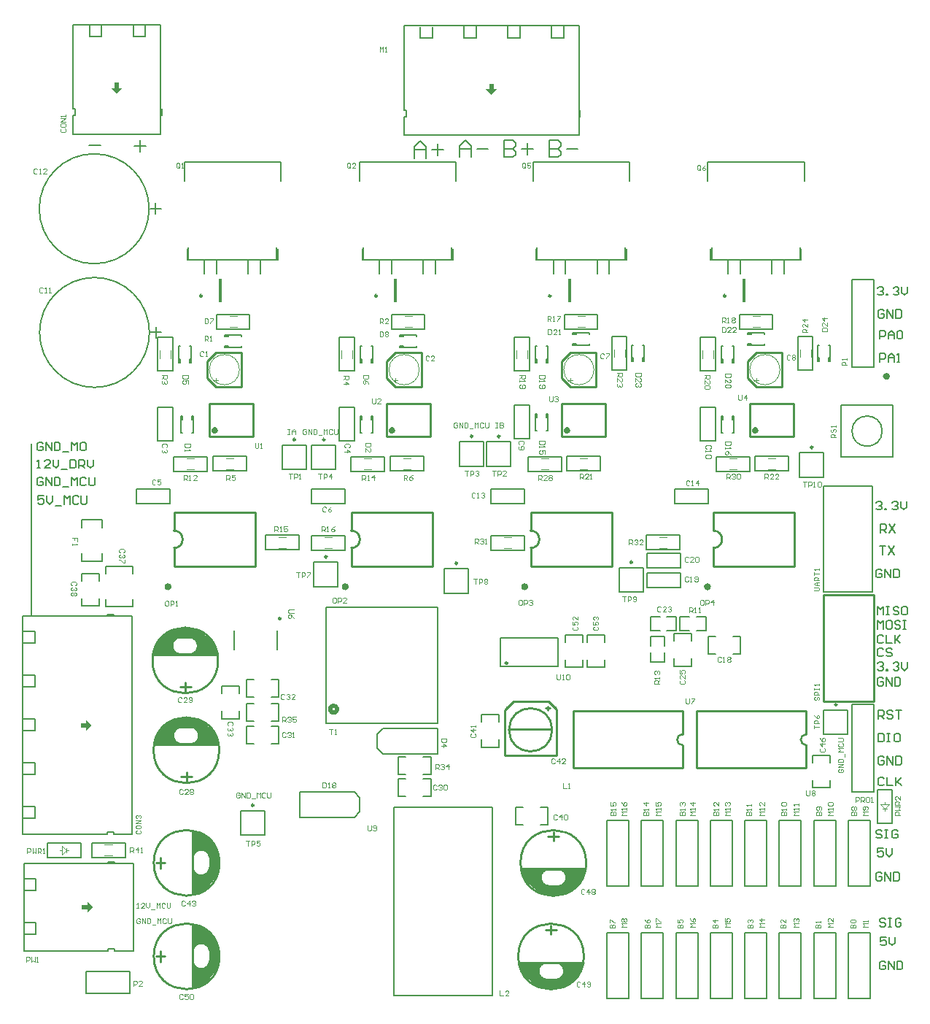
<source format=gto>
G04 Layer_Color=65535*
%FSLAX44Y44*%
%MOMM*%
G71*
G01*
G75*
%ADD40C,0.2540*%
%ADD42C,0.5000*%
%ADD72C,0.2500*%
%ADD73C,0.4000*%
%ADD74C,0.1270*%
%ADD75C,0.1524*%
%ADD76C,0.1000*%
%ADD77C,0.7620*%
%ADD78C,0.2000*%
%ADD79C,0.1778*%
%ADD80C,0.1780*%
%ADD81C,0.1016*%
%ADD82R,0.3500X2.8000*%
G36*
X-387604Y154178D02*
X-389890Y145288D01*
X-385064Y138938D01*
X-374904Y136906D01*
X-363474Y139192D01*
X-359410Y144780D01*
Y150368D01*
X-364744Y157480D01*
X-337058D01*
X-341376Y145796D01*
X-350520Y134112D01*
X-370078Y126238D01*
X-389382Y128270D01*
X-406654Y142494D01*
X-412242Y157480D01*
X-383286Y157734D01*
X-387604Y154178D01*
D02*
G37*
G36*
X-782066Y197998D02*
X-770382Y188854D01*
X-762508Y169296D01*
X-764540Y149992D01*
X-778764Y132720D01*
X-793750Y127132D01*
X-794004Y156088D01*
X-790448Y151770D01*
X-781558Y149484D01*
X-775208Y154310D01*
X-773176Y164470D01*
X-775462Y175900D01*
X-781050Y179964D01*
X-786638D01*
X-793750Y174630D01*
Y202316D01*
X-782066Y197998D01*
D02*
G37*
G36*
X-909320Y113030D02*
X-915670Y106680D01*
Y110490D01*
X-922020D01*
Y115570D01*
X-915670D01*
Y119380D01*
X-909320Y113030D01*
D02*
G37*
G36*
X-390271Y45720D02*
X-392557Y36830D01*
X-387731Y30480D01*
X-377571Y28448D01*
X-366141Y30734D01*
X-362077Y36322D01*
Y41910D01*
X-367411Y49022D01*
X-339725D01*
X-344043Y37338D01*
X-353187Y25654D01*
X-372745Y17780D01*
X-392049Y19812D01*
X-409321Y34036D01*
X-414909Y49022D01*
X-385953Y49276D01*
X-390271Y45720D01*
D02*
G37*
G36*
X-782066Y89541D02*
X-770382Y80396D01*
X-762508Y60838D01*
X-764540Y41535D01*
X-778764Y24262D01*
X-793750Y18674D01*
X-794004Y47631D01*
X-790448Y43313D01*
X-781558Y41027D01*
X-775208Y45852D01*
X-773176Y56013D01*
X-775462Y67442D01*
X-781050Y71507D01*
X-786638D01*
X-793750Y66172D01*
Y93858D01*
X-782066Y89541D01*
D02*
G37*
G36*
X-444350Y1061720D02*
X-440540D01*
X-446890Y1055370D01*
X-453240Y1061720D01*
X-449430D01*
Y1068070D01*
X-444350D01*
Y1061720D01*
D02*
G37*
G36*
X-878840Y1062990D02*
X-875030D01*
X-881380Y1056640D01*
X-887730Y1062990D01*
X-883920D01*
Y1069340D01*
X-878840D01*
Y1062990D01*
D02*
G37*
G36*
X-787654Y435356D02*
X-770382Y421132D01*
X-764794Y406146D01*
X-793750Y405892D01*
X-789432Y409448D01*
X-787146Y418338D01*
X-791972Y424688D01*
X-802132Y426720D01*
X-813562Y424434D01*
X-817626Y418846D01*
Y413258D01*
X-812292Y406146D01*
X-839978D01*
X-835660Y417830D01*
X-826516Y429514D01*
X-806958Y437388D01*
X-787654Y435356D01*
D02*
G37*
G36*
X-786384Y331216D02*
X-769112Y316992D01*
X-763524Y302006D01*
X-792480Y301752D01*
X-788162Y305308D01*
X-785876Y314198D01*
X-790702Y320548D01*
X-800862Y322580D01*
X-812292Y320294D01*
X-816356Y314706D01*
Y309118D01*
X-811022Y302006D01*
X-838708D01*
X-834390Y313690D01*
X-825246Y325374D01*
X-805688Y333248D01*
X-786384Y331216D01*
D02*
G37*
G36*
X-910590Y323850D02*
X-916940Y317500D01*
Y321310D01*
X-923290D01*
Y326390D01*
X-916940D01*
Y330200D01*
X-910590Y323850D01*
D02*
G37*
D40*
X-764032Y399288D02*
G03*
X-764032Y399288I-38100J0D01*
G01*
X-817392Y415801D02*
G03*
X-808482Y406400I9545J124D01*
G01*
Y426212D02*
G03*
X-817372Y415798I762J-9652D01*
G01*
X-796544Y406400D02*
G03*
X-787400Y416306I-381J9525D01*
G01*
X-787400D02*
G03*
X-797052Y426212I-9779J127D01*
G01*
X-762762Y295148D02*
G03*
X-762762Y295148I-38100J0D01*
G01*
X-816122Y311661D02*
G03*
X-807212Y302260I9545J124D01*
G01*
Y322072D02*
G03*
X-816102Y311658I762J-9652D01*
G01*
X-795274Y302260D02*
G03*
X-786130Y312166I-381J9525D01*
G01*
X-786130D02*
G03*
X-795782Y322072I-9779J127D01*
G01*
X-762508Y164470D02*
G03*
X-762508Y164470I-38100J0D01*
G01*
X-784095Y179730D02*
G03*
X-793496Y170820I124J-9545D01*
G01*
X-773684D02*
G03*
X-784098Y179710I-9652J-762D01*
G01*
X-793496Y158882D02*
G03*
X-783590Y149738I9525J381D01*
G01*
Y149738D02*
G03*
X-773684Y159390I127J9779D01*
G01*
X-339471Y55880D02*
G03*
X-339471Y55880I-38100J0D01*
G01*
X-362311Y39367D02*
G03*
X-371221Y48768I-9545J-124D01*
G01*
Y28956D02*
G03*
X-362331Y39370I-762J9652D01*
G01*
X-383159Y48768D02*
G03*
X-392303Y38862I381J-9525D01*
G01*
X-392303D02*
G03*
X-382651Y28956I9779J-127D01*
G01*
X-336804Y164338D02*
G03*
X-336804Y164338I-38100J0D01*
G01*
X-359644Y147825D02*
G03*
X-368554Y157226I-9545J-124D01*
G01*
Y137414D02*
G03*
X-359664Y147828I-762J9652D01*
G01*
X-380492Y157226D02*
G03*
X-389636Y147320I381J-9525D01*
G01*
X-389636D02*
G03*
X-379984Y137414I9779J-127D01*
G01*
X-224790Y313690D02*
G03*
X-224790Y300990I0J-6350D01*
G01*
X-81280Y313690D02*
G03*
X-81280Y300990I0J-6350D01*
G01*
X-376320Y318770D02*
G03*
X-376320Y318770I-25000J0D01*
G01*
X-815190Y529768D02*
G03*
X-815190Y549783I0J10008D01*
G01*
X-609450Y529768D02*
G03*
X-609450Y549783I0J10008D01*
G01*
X-401170Y529768D02*
G03*
X-401170Y549783I0J10008D01*
G01*
X-189080Y529768D02*
G03*
X-189080Y549783I0J10008D01*
G01*
X-762508Y56013D02*
G03*
X-762508Y56013I-38100J0D01*
G01*
X-784095Y71273D02*
G03*
X-793496Y62362I124J-9545D01*
G01*
X-773684D02*
G03*
X-784098Y71252I-9652J-762D01*
G01*
X-793496Y50424D02*
G03*
X-783590Y41280I9525J381D01*
G01*
Y41280D02*
G03*
X-773684Y50932I127J9779D01*
G01*
X-839724Y406146D02*
X-765556D01*
X-802132Y363728D02*
Y373888D01*
X-808482Y368808D02*
X-795782D01*
X-808482Y406400D02*
X-796036D01*
X-809244Y426212D02*
X-795274D01*
X-838454Y302006D02*
X-764286D01*
X-800862Y259588D02*
Y269748D01*
X-807212Y264668D02*
X-794512D01*
X-807212Y302260D02*
X-794766D01*
X-807974Y322072D02*
X-794004D01*
X-793750Y127894D02*
Y202062D01*
X-836168Y164470D02*
X-826008D01*
X-831088Y158120D02*
Y170820D01*
X-793496Y158374D02*
Y170820D01*
X-773684Y157612D02*
Y171582D01*
X-414147Y49022D02*
X-339979D01*
X-377571Y81280D02*
Y91440D01*
X-383921Y86360D02*
X-371221D01*
X-383667Y48768D02*
X-371221D01*
X-384429Y28956D02*
X-370459D01*
X-411480Y157480D02*
X-337312D01*
X-374904Y189738D02*
Y199898D01*
X-381254Y194818D02*
X-368554D01*
X-381000Y157226D02*
X-368554D01*
X-381762Y137414D02*
X-367792D01*
X-351790Y340360D02*
X-224790D01*
X-351790Y274320D02*
Y340360D01*
Y274320D02*
X-224790D01*
Y300990D01*
Y313690D02*
Y340360D01*
X-208280D02*
X-81280D01*
X-208280Y274320D02*
Y340360D01*
Y274320D02*
X-81280D01*
Y300990D01*
Y313690D02*
Y340360D01*
X-381320Y341270D02*
Y346270D01*
X-431320Y288770D02*
X-371320D01*
X-421320Y351770D02*
X-419320D01*
X-431320Y341770D02*
X-421320Y351770D01*
X-382320D02*
X-380320D01*
X-372320Y343770D01*
X-431320Y288770D02*
Y341770D01*
X-429320Y343770D02*
X-421320Y351770D01*
X-371320Y288770D02*
Y342770D01*
X-380320Y351770D02*
X-371320Y342770D01*
X-421320Y351770D02*
X-380320D01*
X-425320Y319770D02*
X-377320D01*
X-383820Y343770D02*
X-378820D01*
X-61468Y352196D02*
Y475640D01*
X-2794D01*
Y352196D02*
Y475640D01*
X-61468Y352196D02*
X-2794D01*
X-776770Y746600D02*
X-766770Y756600D01*
X-776770Y726600D02*
Y746600D01*
Y726600D02*
X-766770Y716600D01*
X-736770D01*
Y756600D01*
X-766770D02*
X-736770D01*
X-365290Y746600D02*
X-355290Y756600D01*
X-365290Y726600D02*
Y746600D01*
Y726600D02*
X-355290Y716600D01*
X-325290D01*
Y756600D01*
X-355290D02*
X-325290D01*
X-139390D02*
X-109390D01*
Y716600D02*
Y756600D01*
X-139390Y716600D02*
X-109390D01*
X-149390Y726600D02*
X-139390Y716600D01*
X-149390Y726600D02*
Y746600D01*
X-139390Y756600D01*
X-774550Y659257D02*
Y697103D01*
X-723750D01*
Y659257D02*
Y697103D01*
X-774550Y659257D02*
X-723750D01*
X-568170Y746600D02*
X-558170Y756600D01*
X-568170Y726600D02*
Y746600D01*
Y726600D02*
X-558170Y716600D01*
X-528170D01*
Y756600D01*
X-558170D02*
X-528170D01*
X-568810Y659257D02*
X-518010D01*
Y697103D01*
X-568810D02*
X-518010D01*
X-568810Y659257D02*
Y697103D01*
X-147170Y659257D02*
X-96370D01*
Y697103D01*
X-147170D02*
X-96370D01*
X-147170Y659257D02*
Y697103D01*
X-365610Y659257D02*
X-314810D01*
Y697103D01*
X-365610D02*
X-314810D01*
X-365610Y659257D02*
Y697103D01*
X-815200Y508775D02*
Y529775D01*
Y508775D02*
X-721200D01*
Y570776D01*
X-815200D02*
X-721200D01*
X-815200Y549775D02*
Y570776D01*
X-609460Y508775D02*
Y529775D01*
Y508775D02*
X-515460D01*
Y570776D01*
X-609460D02*
X-515460D01*
X-609460Y549775D02*
Y570776D01*
X-401180Y508775D02*
Y529775D01*
Y508775D02*
X-307180D01*
Y570776D01*
X-401180D02*
X-307180D01*
X-401180Y549775D02*
Y570776D01*
X-189090Y508775D02*
Y529775D01*
Y508775D02*
X-95090D01*
Y570776D01*
X-189090D02*
X-95090D01*
X-189090Y549775D02*
Y570776D01*
X-793750Y19437D02*
Y93604D01*
X-836168Y56013D02*
X-826008D01*
X-831088Y49662D02*
Y62362D01*
X-793496Y49917D02*
Y62362D01*
X-773684Y49155D02*
Y63124D01*
D42*
X-627919Y346236D02*
G03*
X-627753Y346131I-2121J-3536D01*
G01*
D72*
X-283230Y513260D02*
G03*
X-283230Y513260I-1250J0D01*
G01*
X-637560Y519610D02*
G03*
X-637560Y519610I-1250J0D01*
G01*
X-486430Y511990D02*
G03*
X-486430Y511990I-1250J0D01*
G01*
X-73680Y646610D02*
G03*
X-73680Y646610I-1250J0D01*
G01*
X-45740Y348160D02*
G03*
X-45740Y348160I-1250J0D01*
G01*
X-722650Y231320D02*
G03*
X-722650Y231320I-1250J0D01*
G01*
X-640100Y655500D02*
G03*
X-640100Y655500I-1250J0D01*
G01*
X-674390D02*
G03*
X-674390Y655500I-1250J0D01*
G01*
X-436900Y659310D02*
G03*
X-436900Y659310I-1250J0D01*
G01*
X-468650D02*
G03*
X-468650Y659310I-1250J0D01*
G01*
X-691290Y447910D02*
G03*
X-691290Y447910I-1250J0D01*
G01*
X-782672Y822272D02*
G03*
X-782672Y822272I-1250J0D01*
G01*
X-579472D02*
G03*
X-579472Y822272I-1250J0D01*
G01*
X-377796D02*
G03*
X-377796Y822272I-1250J0D01*
G01*
X-174850D02*
G03*
X-174850Y822272I-1250J0D01*
G01*
X-427990Y396240D02*
G03*
X-427990Y396240I-1250J0D01*
G01*
D73*
X13738Y728834D02*
G03*
X13738Y728834I-2000J0D01*
G01*
X-822200Y486766D02*
G03*
X-822175Y486766I13J-2000D01*
G01*
X-616460D02*
G03*
X-616435Y486766I13J-2000D01*
G01*
X-408180D02*
G03*
X-408155Y486766I13J-2000D01*
G01*
X-196090D02*
G03*
X-196065Y486766I13J-2000D01*
G01*
D74*
X6738Y665334D02*
G03*
X6738Y665334I-17500J0D01*
G01*
X-639040Y461200D02*
X-509040D01*
Y326200D02*
Y461200D01*
X-639040Y326200D02*
Y461200D01*
Y326200D02*
X-509040D01*
X-961898Y170434D02*
Y187452D01*
X-923036D01*
Y170434D02*
Y187452D01*
X-961898Y170434D02*
X-923036D01*
X1524Y249428D02*
X18542D01*
Y210566D02*
Y249428D01*
X1524Y210566D02*
X18542D01*
X1524D02*
Y249428D01*
X-910844Y187706D02*
X-871982D01*
X-910844Y170688D02*
Y187706D01*
Y170688D02*
X-871982D01*
Y187706D01*
X-40759Y635311D02*
Y695255D01*
Y635311D02*
X19238Y635334D01*
Y695334D01*
X-40762D02*
X19238D01*
X-265938Y506984D02*
Y524002D01*
X-227076D01*
Y506984D02*
Y524002D01*
X-265938Y506984D02*
X-227076D01*
X-265938Y484124D02*
Y501142D01*
X-227076D01*
Y484124D02*
Y501142D01*
X-265938Y484124D02*
X-227076D01*
X-623166Y692658D02*
X-606148D01*
Y653796D02*
Y692658D01*
X-623166Y653796D02*
X-606148D01*
X-623166D02*
Y692658D01*
X-833986D02*
X-816968D01*
Y653796D02*
Y692658D01*
X-833986Y653796D02*
X-816968D01*
X-833986D02*
Y692658D01*
X-419966Y695198D02*
X-402948D01*
Y656336D02*
Y695198D01*
X-419966Y656336D02*
X-402948D01*
X-419966D02*
Y695198D01*
X-204066Y653796D02*
Y692658D01*
Y653796D02*
X-187048D01*
Y692658D01*
X-204066D02*
X-187048D01*
X-833986Y735076D02*
Y773938D01*
Y735076D02*
X-816968D01*
Y773938D01*
X-833986D02*
X-816968D01*
X-306936Y775208D02*
X-289918D01*
Y736346D02*
Y775208D01*
X-306936Y736346D02*
X-289918D01*
X-306936D02*
Y775208D01*
X-91036D02*
X-74018D01*
Y736346D02*
Y775208D01*
X-91036Y736346D02*
X-74018D01*
X-91036D02*
Y775208D01*
X-419966Y773938D02*
X-402948D01*
Y735076D02*
Y773938D01*
X-419966Y735076D02*
X-402948D01*
X-419966D02*
Y773938D01*
X-204066D02*
X-187048D01*
Y735076D02*
Y773938D01*
X-204066Y735076D02*
X-187048D01*
X-204066D02*
Y773938D01*
X-525122Y618998D02*
Y636016D01*
X-563984Y618998D02*
X-525122D01*
X-563984D02*
Y636016D01*
X-525122D01*
X-730862Y618998D02*
Y636016D01*
X-769724Y618998D02*
X-730862D01*
X-769724D02*
Y636016D01*
X-730862D01*
X-562968Y783844D02*
Y800862D01*
X-524106D01*
Y783844D02*
Y800862D01*
X-562968Y783844D02*
X-524106D01*
X-766168D02*
Y800862D01*
X-727306D01*
Y783844D02*
Y800862D01*
X-766168Y783844D02*
X-727306D01*
X-655424Y597916D02*
X-616562D01*
X-655424Y580898D02*
Y597916D01*
Y580898D02*
X-616562D01*
Y597916D01*
X-609958Y618744D02*
Y635762D01*
X-571096D01*
Y618744D02*
Y635762D01*
X-609958Y618744D02*
X-571096D01*
X-858624Y597916D02*
X-819762D01*
X-858624Y580898D02*
Y597916D01*
Y580898D02*
X-819762D01*
Y597916D01*
X-815698Y618744D02*
Y635762D01*
X-776836D01*
Y618744D02*
Y635762D01*
X-815698Y618744D02*
X-776836D01*
X-616712Y527304D02*
Y544322D01*
X-655574Y527304D02*
X-616712D01*
X-655574D02*
Y544322D01*
X-616712D01*
X-670052Y527558D02*
Y544576D01*
X-708914Y527558D02*
X-670052D01*
X-708914D02*
Y544576D01*
X-670052D01*
X-102212Y618998D02*
Y636016D01*
X-141074Y618998D02*
X-102212D01*
X-141074D02*
Y636016D01*
X-102212D01*
X-320652Y618998D02*
Y636016D01*
X-359514Y618998D02*
X-320652D01*
X-359514D02*
Y636016D01*
X-320652D01*
X-233784Y597916D02*
X-194922D01*
X-233784Y580898D02*
Y597916D01*
Y580898D02*
X-194922D01*
Y597916D01*
X-185778Y618744D02*
Y635762D01*
X-146916D01*
Y618744D02*
Y635762D01*
X-185778Y618744D02*
X-146916D01*
X-447144Y598170D02*
X-408282D01*
X-447144Y581152D02*
Y598170D01*
Y581152D02*
X-408282D01*
Y598170D01*
X-404218Y618744D02*
Y635762D01*
X-365356D01*
Y618744D02*
Y635762D01*
X-404218Y618744D02*
X-365356D01*
X-228092Y527558D02*
Y544576D01*
X-266954Y527558D02*
X-228092D01*
X-266954D02*
Y544576D01*
X-228092D01*
X-447548Y527304D02*
Y544322D01*
X-408686D01*
Y527304D02*
Y544322D01*
X-447548Y527304D02*
X-408686D01*
X-159108Y783844D02*
Y800862D01*
X-120246D01*
Y783844D02*
Y800862D01*
X-159108Y783844D02*
X-120246D01*
X-623166Y773938D02*
X-606148D01*
Y735076D02*
Y773938D01*
X-623166Y735076D02*
X-606148D01*
X-623166D02*
Y773938D01*
X-798904Y864078D02*
X-798804D01*
X-696204D02*
Y878578D01*
X-798804Y864078D02*
X-696204D01*
X-779854Y848078D02*
Y864078D01*
X-696204D02*
X-696104D01*
X-729054Y848078D02*
Y864078D01*
X-765954Y848078D02*
Y864078D01*
X-798804D02*
Y878578D01*
X-696104Y864078D02*
Y878578D01*
X-715154Y848078D02*
Y864078D01*
X-511954Y848078D02*
Y864078D01*
X-492904D02*
Y878578D01*
X-595604Y864078D02*
Y878578D01*
X-562754Y848078D02*
Y864078D01*
X-525854Y848078D02*
Y864078D01*
X-493004D02*
X-492904D01*
X-576654Y848078D02*
Y864078D01*
X-595604D02*
X-493004D01*
Y878578D01*
X-595704Y864078D02*
X-595604D01*
X-394028D02*
X-393928D01*
X-291328D02*
Y878578D01*
X-393928Y864078D02*
X-291328D01*
X-374978Y848078D02*
Y864078D01*
X-291328D02*
X-291228D01*
X-324178Y848078D02*
Y864078D01*
X-361078Y848078D02*
Y864078D01*
X-393928D02*
Y878578D01*
X-291228Y864078D02*
Y878578D01*
X-310278Y848078D02*
Y864078D01*
X-107332Y848078D02*
Y864078D01*
X-88282D02*
Y878578D01*
X-190982Y864078D02*
Y878578D01*
X-158132Y848078D02*
Y864078D01*
X-121232Y848078D02*
Y864078D01*
X-88382D02*
X-88282D01*
X-172032Y848078D02*
Y864078D01*
X-190982D02*
X-88382D01*
Y878578D01*
X-191082Y864078D02*
X-190982D01*
X-362308Y783844D02*
Y800862D01*
X-323446D01*
Y783844D02*
Y800862D01*
X-362308Y783844D02*
X-323446D01*
X-966155Y590387D02*
X-972820D01*
Y585388D01*
X-969488Y587054D01*
X-967822D01*
X-966155Y585388D01*
Y582056D01*
X-967822Y580390D01*
X-971154D01*
X-972820Y582056D01*
X-962823Y590387D02*
Y583722D01*
X-959491Y580390D01*
X-956159Y583722D01*
Y590387D01*
X-952826Y578724D02*
X-946162D01*
X-942830Y580390D02*
Y590387D01*
X-939497Y587054D01*
X-936165Y590387D01*
Y580390D01*
X-926168Y588721D02*
X-927834Y590387D01*
X-931167D01*
X-932833Y588721D01*
Y582056D01*
X-931167Y580390D01*
X-927834D01*
X-926168Y582056D01*
X-922836Y590387D02*
Y582056D01*
X-921170Y580390D01*
X-917838D01*
X-916172Y582056D01*
Y590387D01*
X-967426Y610311D02*
X-969092Y611977D01*
X-972424D01*
X-974090Y610311D01*
Y603646D01*
X-972424Y601980D01*
X-969092D01*
X-967426Y603646D01*
Y606978D01*
X-970758D01*
X-964093Y601980D02*
Y611977D01*
X-957429Y601980D01*
Y611977D01*
X-954096D02*
Y601980D01*
X-949098D01*
X-947432Y603646D01*
Y610311D01*
X-949098Y611977D01*
X-954096D01*
X-944100Y600314D02*
X-937435D01*
X-934103Y601980D02*
Y611977D01*
X-930771Y608644D01*
X-927438Y611977D01*
Y601980D01*
X-917442Y610311D02*
X-919108Y611977D01*
X-922440D01*
X-924106Y610311D01*
Y603646D01*
X-922440Y601980D01*
X-919108D01*
X-917442Y603646D01*
X-914109Y611977D02*
Y603646D01*
X-912443Y601980D01*
X-909111D01*
X-907445Y603646D01*
Y611977D01*
X-974090Y622300D02*
X-970758D01*
X-972424D01*
Y632297D01*
X-974090Y630631D01*
X-959095Y622300D02*
X-965759D01*
X-959095Y628965D01*
Y630631D01*
X-960761Y632297D01*
X-964093D01*
X-965759Y630631D01*
X-955763Y632297D02*
Y625632D01*
X-952430Y622300D01*
X-949098Y625632D01*
Y632297D01*
X-945766Y620634D02*
X-939101D01*
X-935769Y632297D02*
Y622300D01*
X-930771D01*
X-929105Y623966D01*
Y630631D01*
X-930771Y632297D01*
X-935769D01*
X-925772Y622300D02*
Y632297D01*
X-920774D01*
X-919108Y630631D01*
Y627298D01*
X-920774Y625632D01*
X-925772D01*
X-922440D02*
X-919108Y622300D01*
X-915776Y632297D02*
Y625632D01*
X-912443Y622300D01*
X-909111Y625632D01*
Y632297D01*
X-967426Y650951D02*
X-969092Y652617D01*
X-972424D01*
X-974090Y650951D01*
Y644286D01*
X-972424Y642620D01*
X-969092D01*
X-967426Y644286D01*
Y647618D01*
X-970758D01*
X-964093Y642620D02*
Y652617D01*
X-957429Y642620D01*
Y652617D01*
X-954096D02*
Y642620D01*
X-949098D01*
X-947432Y644286D01*
Y650951D01*
X-949098Y652617D01*
X-954096D01*
X-944100Y640954D02*
X-937435D01*
X-934103Y642620D02*
Y652617D01*
X-930771Y649285D01*
X-927438Y652617D01*
Y642620D01*
X-919108Y652617D02*
X-922440D01*
X-924106Y650951D01*
Y644286D01*
X-922440Y642620D01*
X-919108D01*
X-917442Y644286D01*
Y650951D01*
X-919108Y652617D01*
X9204Y262331D02*
X7538Y263997D01*
X4206D01*
X2540Y262331D01*
Y255666D01*
X4206Y254000D01*
X7538D01*
X9204Y255666D01*
X12537Y263997D02*
Y254000D01*
X19201D01*
X22534Y263997D02*
Y254000D01*
Y257332D01*
X29198Y263997D01*
X24200Y258998D01*
X29198Y254000D01*
X9204Y286461D02*
X7538Y288127D01*
X4206D01*
X2540Y286461D01*
Y279796D01*
X4206Y278130D01*
X7538D01*
X9204Y279796D01*
Y283128D01*
X5872D01*
X12537Y278130D02*
Y288127D01*
X19201Y278130D01*
Y288127D01*
X22534D02*
Y278130D01*
X27532D01*
X29198Y279796D01*
Y286461D01*
X27532Y288127D01*
X22534D01*
X2540Y314797D02*
Y304800D01*
X7538D01*
X9204Y306466D01*
Y313131D01*
X7538Y314797D01*
X2540D01*
X12537D02*
X15869D01*
X14203D01*
Y304800D01*
X12537D01*
X15869D01*
X25866Y314797D02*
X22534D01*
X20867Y313131D01*
Y306466D01*
X22534Y304800D01*
X25866D01*
X27532Y306466D01*
Y313131D01*
X25866Y314797D01*
X2540Y331470D02*
Y341467D01*
X7538D01*
X9204Y339801D01*
Y336468D01*
X7538Y334802D01*
X2540D01*
X5872D02*
X9204Y331470D01*
X19201Y339801D02*
X17535Y341467D01*
X14203D01*
X12537Y339801D01*
Y338134D01*
X14203Y336468D01*
X17535D01*
X19201Y334802D01*
Y333136D01*
X17535Y331470D01*
X14203D01*
X12537Y333136D01*
X22534Y341467D02*
X29198D01*
X25866D01*
Y331470D01*
X7934Y377901D02*
X6268Y379567D01*
X2936D01*
X1270Y377901D01*
Y371236D01*
X2936Y369570D01*
X6268D01*
X7934Y371236D01*
Y374568D01*
X4602D01*
X11267Y369570D02*
Y379567D01*
X17931Y369570D01*
Y379567D01*
X21264D02*
Y369570D01*
X26262D01*
X27928Y371236D01*
Y377901D01*
X26262Y379567D01*
X21264D01*
X1270Y395681D02*
X2936Y397347D01*
X6268D01*
X7934Y395681D01*
Y394015D01*
X6268Y392348D01*
X4602D01*
X6268D01*
X7934Y390682D01*
Y389016D01*
X6268Y387350D01*
X2936D01*
X1270Y389016D01*
X11267Y387350D02*
Y389016D01*
X12933D01*
Y387350D01*
X11267D01*
X19597Y395681D02*
X21264Y397347D01*
X24596D01*
X26262Y395681D01*
Y394015D01*
X24596Y392348D01*
X22930D01*
X24596D01*
X26262Y390682D01*
Y389016D01*
X24596Y387350D01*
X21264D01*
X19597Y389016D01*
X29594Y397347D02*
Y390682D01*
X32926Y387350D01*
X36259Y390682D01*
Y397347D01*
X7934Y412191D02*
X6268Y413857D01*
X2936D01*
X1270Y412191D01*
Y405526D01*
X2936Y403860D01*
X6268D01*
X7934Y405526D01*
X17931Y412191D02*
X16265Y413857D01*
X12933D01*
X11267Y412191D01*
Y410524D01*
X12933Y408858D01*
X16265D01*
X17931Y407192D01*
Y405526D01*
X16265Y403860D01*
X12933D01*
X11267Y405526D01*
X7934Y427431D02*
X6268Y429097D01*
X2936D01*
X1270Y427431D01*
Y420766D01*
X2936Y419100D01*
X6268D01*
X7934Y420766D01*
X11267Y429097D02*
Y419100D01*
X17931D01*
X21264Y429097D02*
Y419100D01*
Y422432D01*
X27928Y429097D01*
X22930Y424098D01*
X27928Y419100D01*
X1270Y435610D02*
Y445607D01*
X4602Y442275D01*
X7934Y445607D01*
Y435610D01*
X16265Y445607D02*
X12933D01*
X11267Y443941D01*
Y437276D01*
X12933Y435610D01*
X16265D01*
X17931Y437276D01*
Y443941D01*
X16265Y445607D01*
X27928Y443941D02*
X26262Y445607D01*
X22930D01*
X21264Y443941D01*
Y442275D01*
X22930Y440608D01*
X26262D01*
X27928Y438942D01*
Y437276D01*
X26262Y435610D01*
X22930D01*
X21264Y437276D01*
X31260Y445607D02*
X34593D01*
X32926D01*
Y435610D01*
X31260D01*
X34593D01*
X1270Y452120D02*
Y462117D01*
X4602Y458784D01*
X7934Y462117D01*
Y452120D01*
X11267Y462117D02*
X14599D01*
X12933D01*
Y452120D01*
X11267D01*
X14599D01*
X26262Y460451D02*
X24596Y462117D01*
X21264D01*
X19597Y460451D01*
Y458784D01*
X21264Y457118D01*
X24596D01*
X26262Y455452D01*
Y453786D01*
X24596Y452120D01*
X21264D01*
X19597Y453786D01*
X34593Y462117D02*
X31260D01*
X29594Y460451D01*
Y453786D01*
X31260Y452120D01*
X34593D01*
X36259Y453786D01*
Y460451D01*
X34593Y462117D01*
X6665Y503631D02*
X4998Y505297D01*
X1666D01*
X0Y503631D01*
Y496966D01*
X1666Y495300D01*
X4998D01*
X6665Y496966D01*
Y500298D01*
X3332D01*
X9997Y495300D02*
Y505297D01*
X16661Y495300D01*
Y505297D01*
X19994D02*
Y495300D01*
X24992D01*
X26658Y496966D01*
Y503631D01*
X24992Y505297D01*
X19994D01*
X3810Y531967D02*
X10474D01*
X7142D01*
Y521970D01*
X13807Y531967D02*
X20471Y521970D01*
Y531967D02*
X13807Y521970D01*
X5080Y547370D02*
Y557367D01*
X10078D01*
X11745Y555701D01*
Y552368D01*
X10078Y550702D01*
X5080D01*
X8412D02*
X11745Y547370D01*
X15077Y557367D02*
X21741Y547370D01*
Y557367D02*
X15077Y547370D01*
X0Y582371D02*
X1666Y584037D01*
X4998D01*
X6665Y582371D01*
Y580704D01*
X4998Y579038D01*
X3332D01*
X4998D01*
X6665Y577372D01*
Y575706D01*
X4998Y574040D01*
X1666D01*
X0Y575706D01*
X9997Y574040D02*
Y575706D01*
X11663D01*
Y574040D01*
X9997D01*
X18327Y582371D02*
X19994Y584037D01*
X23326D01*
X24992Y582371D01*
Y580704D01*
X23326Y579038D01*
X21660D01*
X23326D01*
X24992Y577372D01*
Y575706D01*
X23326Y574040D01*
X19994D01*
X18327Y575706D01*
X28324Y584037D02*
Y577372D01*
X31656Y574040D01*
X34989Y577372D01*
Y584037D01*
X6665Y201371D02*
X4998Y203037D01*
X1666D01*
X0Y201371D01*
Y199704D01*
X1666Y198038D01*
X4998D01*
X6665Y196372D01*
Y194706D01*
X4998Y193040D01*
X1666D01*
X0Y194706D01*
X9997Y203037D02*
X13329D01*
X11663D01*
Y193040D01*
X9997D01*
X13329D01*
X24992Y201371D02*
X23326Y203037D01*
X19994D01*
X18327Y201371D01*
Y194706D01*
X19994Y193040D01*
X23326D01*
X24992Y194706D01*
Y198038D01*
X21660D01*
X7934Y181447D02*
X1270D01*
Y176448D01*
X4602Y178114D01*
X6268D01*
X7934Y176448D01*
Y173116D01*
X6268Y171450D01*
X2936D01*
X1270Y173116D01*
X11267Y181447D02*
Y174782D01*
X14599Y171450D01*
X17931Y174782D01*
Y181447D01*
X6665Y151841D02*
X4998Y153507D01*
X1666D01*
X0Y151841D01*
Y145176D01*
X1666Y143510D01*
X4998D01*
X6665Y145176D01*
Y148508D01*
X3332D01*
X9997Y143510D02*
Y153507D01*
X16661Y143510D01*
Y153507D01*
X19994D02*
Y143510D01*
X24992D01*
X26658Y145176D01*
Y151841D01*
X24992Y153507D01*
X19994D01*
X10474Y48971D02*
X8808Y50637D01*
X5476D01*
X3810Y48971D01*
Y42306D01*
X5476Y40640D01*
X8808D01*
X10474Y42306D01*
Y45638D01*
X7142D01*
X13807Y40640D02*
Y50637D01*
X20471Y40640D01*
Y50637D01*
X23804D02*
Y40640D01*
X28802D01*
X30468Y42306D01*
Y48971D01*
X28802Y50637D01*
X23804D01*
X11745Y78577D02*
X5080D01*
Y73578D01*
X8412Y75244D01*
X10078D01*
X11745Y73578D01*
Y70246D01*
X10078Y68580D01*
X6746D01*
X5080Y70246D01*
X15077Y78577D02*
Y71912D01*
X18409Y68580D01*
X21741Y71912D01*
Y78577D01*
X10474Y98501D02*
X8808Y100167D01*
X5476D01*
X3810Y98501D01*
Y96834D01*
X5476Y95168D01*
X8808D01*
X10474Y93502D01*
Y91836D01*
X8808Y90170D01*
X5476D01*
X3810Y91836D01*
X13807Y100167D02*
X17139D01*
X15473D01*
Y90170D01*
X13807D01*
X17139D01*
X28802Y98501D02*
X27136Y100167D01*
X23804D01*
X22137Y98501D01*
Y91836D01*
X23804Y90170D01*
X27136D01*
X28802Y91836D01*
Y95168D01*
X25470D01*
X3810Y772160D02*
Y782157D01*
X8808D01*
X10474Y780491D01*
Y777158D01*
X8808Y775492D01*
X3810D01*
X13807Y772160D02*
Y778824D01*
X17139Y782157D01*
X20471Y778824D01*
Y772160D01*
Y777158D01*
X13807D01*
X23804Y780491D02*
X25470Y782157D01*
X28802D01*
X30468Y780491D01*
Y773826D01*
X28802Y772160D01*
X25470D01*
X23804Y773826D01*
Y780491D01*
X3810Y745490D02*
Y755487D01*
X8808D01*
X10474Y753821D01*
Y750488D01*
X8808Y748822D01*
X3810D01*
X13807Y745490D02*
Y752154D01*
X17139Y755487D01*
X20471Y752154D01*
Y745490D01*
Y750488D01*
X13807D01*
X23804Y745490D02*
X27136D01*
X25470D01*
Y755487D01*
X23804Y753821D01*
X9204Y804621D02*
X7538Y806287D01*
X4206D01*
X2540Y804621D01*
Y797956D01*
X4206Y796290D01*
X7538D01*
X9204Y797956D01*
Y801288D01*
X5872D01*
X12537Y796290D02*
Y806287D01*
X19201Y796290D01*
Y806287D01*
X22534D02*
Y796290D01*
X27532D01*
X29198Y797956D01*
Y804621D01*
X27532Y806287D01*
X22534D01*
X1270Y831291D02*
X2936Y832957D01*
X6268D01*
X7934Y831291D01*
Y829624D01*
X6268Y827958D01*
X4602D01*
X6268D01*
X7934Y826292D01*
Y824626D01*
X6268Y822960D01*
X2936D01*
X1270Y824626D01*
X11267Y822960D02*
Y824626D01*
X12933D01*
Y822960D01*
X11267D01*
X19597Y831291D02*
X21264Y832957D01*
X24596D01*
X26262Y831291D01*
Y829624D01*
X24596Y827958D01*
X22930D01*
X24596D01*
X26262Y826292D01*
Y824626D01*
X24596Y822960D01*
X21264D01*
X19597Y824626D01*
X29594Y832957D02*
Y826292D01*
X32926Y822960D01*
X36259Y826292D01*
Y832957D01*
D75*
X-843765Y779780D02*
G03*
X-843765Y779780I-63754J0D01*
G01*
X-844146Y923290D02*
G03*
X-844146Y923290I-63754J0D01*
G01*
X-842495Y779780D02*
X-829795D01*
X-836145Y773430D02*
Y786130D01*
X-842876Y923290D02*
X-830176D01*
X-836526Y916940D02*
Y929640D01*
D76*
X-739270Y736600D02*
G03*
X-739270Y736600I-17500J0D01*
G01*
X-327790D02*
G03*
X-327790Y736600I-17500J0D01*
G01*
X-111890D02*
G03*
X-111890Y736600I-17500J0D01*
G01*
X-530670D02*
G03*
X-530670Y736600I-17500J0D01*
G01*
X-939800Y179070D02*
X-937260D01*
X-947420D02*
X-944880D01*
X-939800Y176530D02*
Y181610D01*
X-944880Y184150D02*
X-939800Y179070D01*
X-944880Y173990D02*
X-939800Y179070D01*
X-944880Y173990D02*
Y184150D01*
X10160Y224790D02*
Y227330D01*
Y232410D02*
Y234950D01*
X7620Y227330D02*
X12700D01*
X10160D02*
X15240Y232410D01*
X5080D02*
X10160Y227330D01*
X5080Y232410D02*
X15240D01*
X-769270Y724100D02*
X-766770D01*
X-764270D01*
X-766770Y721600D02*
Y726600D01*
X-357790Y724100D02*
X-355290D01*
X-352790D01*
X-355290Y721600D02*
Y726600D01*
X-139390Y721600D02*
Y726600D01*
Y724100D02*
X-136890D01*
X-141890D02*
X-139390D01*
X-560670D02*
X-558170D01*
X-555670D01*
X-558170Y721600D02*
Y726600D01*
X-294640Y473358D02*
X-290641D01*
X-292641D01*
Y467360D01*
X-288642D02*
Y473358D01*
X-285643D01*
X-284643Y472358D01*
Y470359D01*
X-285643Y469359D01*
X-288642D01*
X-282644Y468360D02*
X-281644Y467360D01*
X-279645D01*
X-278645Y468360D01*
Y472358D01*
X-279645Y473358D01*
X-281644D01*
X-282644Y472358D01*
Y471359D01*
X-281644Y470359D01*
X-278645D01*
X-673100Y501298D02*
X-669101D01*
X-671101D01*
Y495300D01*
X-667102D02*
Y501298D01*
X-664103D01*
X-663103Y500298D01*
Y498299D01*
X-664103Y497299D01*
X-667102D01*
X-661104Y501298D02*
X-657105D01*
Y500298D01*
X-661104Y496300D01*
Y495300D01*
X-467360Y493678D02*
X-463361D01*
X-465361D01*
Y487680D01*
X-461362D02*
Y493678D01*
X-458363D01*
X-457363Y492678D01*
Y490679D01*
X-458363Y489679D01*
X-461362D01*
X-455364Y492678D02*
X-454364Y493678D01*
X-452365D01*
X-451365Y492678D01*
Y491679D01*
X-452365Y490679D01*
X-451365Y489679D01*
Y488680D01*
X-452365Y487680D01*
X-454364D01*
X-455364Y488680D01*
Y489679D01*
X-454364Y490679D01*
X-455364Y491679D01*
Y492678D01*
X-454364Y490679D02*
X-452365D01*
X-85090Y606708D02*
X-81091D01*
X-83091D01*
Y600710D01*
X-79092D02*
Y606708D01*
X-76093D01*
X-75093Y605708D01*
Y603709D01*
X-76093Y602709D01*
X-79092D01*
X-73094Y600710D02*
X-71094D01*
X-72094D01*
Y606708D01*
X-73094Y605708D01*
X-68095D02*
X-67096Y606708D01*
X-65097D01*
X-64097Y605708D01*
Y601710D01*
X-65097Y600710D01*
X-67096D01*
X-68095Y601710D01*
Y605708D01*
X-43098Y273239D02*
X-44098Y272239D01*
Y270240D01*
X-43098Y269240D01*
X-39100D01*
X-38100Y270240D01*
Y272239D01*
X-39100Y273239D01*
X-41099D01*
Y271239D01*
X-38100Y275238D02*
X-44098D01*
X-38100Y279237D01*
X-44098D01*
Y281236D02*
X-38100D01*
Y284235D01*
X-39100Y285235D01*
X-43098D01*
X-44098Y284235D01*
Y281236D01*
X-37100Y287234D02*
Y291233D01*
X-38100Y293232D02*
X-44098D01*
X-42099Y295232D01*
X-44098Y297231D01*
X-38100D01*
X-43098Y303229D02*
X-44098Y302229D01*
Y300230D01*
X-43098Y299230D01*
X-39100D01*
X-38100Y300230D01*
Y302229D01*
X-39100Y303229D01*
X-44098Y305228D02*
X-39100D01*
X-38100Y306228D01*
Y308227D01*
X-39100Y309227D01*
X-44098D01*
X-72038Y320040D02*
Y324039D01*
Y322039D01*
X-66040D01*
Y326038D02*
X-72038D01*
Y329037D01*
X-71038Y330037D01*
X-69039D01*
X-68039Y329037D01*
Y326038D01*
X-72038Y336035D02*
X-71038Y334035D01*
X-69039Y332036D01*
X-67040D01*
X-66040Y333036D01*
Y335035D01*
X-67040Y336035D01*
X-68039D01*
X-69039Y335035D01*
Y332036D01*
X-738951Y245028D02*
X-739951Y246028D01*
X-741950D01*
X-742950Y245028D01*
Y241030D01*
X-741950Y240030D01*
X-739951D01*
X-738951Y241030D01*
Y243029D01*
X-740951D01*
X-736952Y240030D02*
Y246028D01*
X-732953Y240030D01*
Y246028D01*
X-730954D02*
Y240030D01*
X-727955D01*
X-726955Y241030D01*
Y245028D01*
X-727955Y246028D01*
X-730954D01*
X-724956Y239030D02*
X-720957D01*
X-718958Y240030D02*
Y246028D01*
X-716958Y244029D01*
X-714959Y246028D01*
Y240030D01*
X-708961Y245028D02*
X-709961Y246028D01*
X-711960D01*
X-712960Y245028D01*
Y241030D01*
X-711960Y240030D01*
X-709961D01*
X-708961Y241030D01*
X-706962Y246028D02*
Y241030D01*
X-705962Y240030D01*
X-703963D01*
X-702963Y241030D01*
Y246028D01*
X-731520Y190148D02*
X-727521D01*
X-729521D01*
Y184150D01*
X-725522D02*
Y190148D01*
X-722523D01*
X-721523Y189148D01*
Y187149D01*
X-722523Y186149D01*
X-725522D01*
X-715525Y190148D02*
X-719524D01*
Y187149D01*
X-717524Y188149D01*
X-716525D01*
X-715525Y187149D01*
Y185150D01*
X-716525Y184150D01*
X-718524D01*
X-719524Y185150D01*
X-661481Y666668D02*
X-662481Y667668D01*
X-664480D01*
X-665480Y666668D01*
Y662670D01*
X-664480Y661670D01*
X-662481D01*
X-661481Y662670D01*
Y664669D01*
X-663481D01*
X-659482Y661670D02*
Y667668D01*
X-655483Y661670D01*
Y667668D01*
X-653484D02*
Y661670D01*
X-650485D01*
X-649485Y662670D01*
Y666668D01*
X-650485Y667668D01*
X-653484D01*
X-647486Y660670D02*
X-643487D01*
X-641488Y661670D02*
Y667668D01*
X-639488Y665669D01*
X-637489Y667668D01*
Y661670D01*
X-631491Y666668D02*
X-632491Y667668D01*
X-634490D01*
X-635490Y666668D01*
Y662670D01*
X-634490Y661670D01*
X-632491D01*
X-631491Y662670D01*
X-629492Y667668D02*
Y662670D01*
X-628492Y661670D01*
X-626493D01*
X-625493Y662670D01*
Y667668D01*
X-647700Y615598D02*
X-643701D01*
X-645701D01*
Y609600D01*
X-641702D02*
Y615598D01*
X-638703D01*
X-637703Y614598D01*
Y612599D01*
X-638703Y611599D01*
X-641702D01*
X-632705Y609600D02*
Y615598D01*
X-635704Y612599D01*
X-631705D01*
X-683260Y667668D02*
X-681261D01*
X-682260D01*
Y661670D01*
X-683260D01*
X-681261D01*
X-678262D02*
Y665669D01*
X-676262Y667668D01*
X-674263Y665669D01*
Y661670D01*
Y664669D01*
X-678262D01*
X-681990Y615598D02*
X-677991D01*
X-679991D01*
Y609600D01*
X-675992D02*
Y615598D01*
X-672993D01*
X-671993Y614598D01*
Y612599D01*
X-672993Y611599D01*
X-675992D01*
X-669994Y609600D02*
X-667995D01*
X-668994D01*
Y615598D01*
X-669994Y614598D01*
X-441960Y675288D02*
X-439961D01*
X-440960D01*
Y669290D01*
X-441960D01*
X-439961D01*
X-436962Y675288D02*
Y669290D01*
X-433963D01*
X-432963Y670290D01*
Y671289D01*
X-433963Y672289D01*
X-436962D01*
X-433963D01*
X-432963Y673289D01*
Y674288D01*
X-433963Y675288D01*
X-436962D01*
X-445770Y619408D02*
X-441771D01*
X-443771D01*
Y613410D01*
X-439772D02*
Y619408D01*
X-436773D01*
X-435773Y618408D01*
Y616409D01*
X-436773Y615409D01*
X-439772D01*
X-429775Y613410D02*
X-433774D01*
X-429775Y617409D01*
Y618408D01*
X-430775Y619408D01*
X-432774D01*
X-433774Y618408D01*
X-486221Y674288D02*
X-487221Y675288D01*
X-489220D01*
X-490220Y674288D01*
Y670290D01*
X-489220Y669290D01*
X-487221D01*
X-486221Y670290D01*
Y672289D01*
X-488221D01*
X-484222Y669290D02*
Y675288D01*
X-480223Y669290D01*
Y675288D01*
X-478224D02*
Y669290D01*
X-475225D01*
X-474225Y670290D01*
Y674288D01*
X-475225Y675288D01*
X-478224D01*
X-472226Y668290D02*
X-468227D01*
X-466228Y669290D02*
Y675288D01*
X-464228Y673289D01*
X-462229Y675288D01*
Y669290D01*
X-456231Y674288D02*
X-457231Y675288D01*
X-459230D01*
X-460230Y674288D01*
Y670290D01*
X-459230Y669290D01*
X-457231D01*
X-456231Y670290D01*
X-454232Y675288D02*
Y670290D01*
X-453232Y669290D01*
X-451233D01*
X-450233Y670290D01*
Y675288D01*
X-477520Y619408D02*
X-473521D01*
X-475521D01*
Y613410D01*
X-471522D02*
Y619408D01*
X-468523D01*
X-467523Y618408D01*
Y616409D01*
X-468523Y615409D01*
X-471522D01*
X-465524Y618408D02*
X-464524Y619408D01*
X-462525D01*
X-461525Y618408D01*
Y617409D01*
X-462525Y616409D01*
X-463525D01*
X-462525D01*
X-461525Y615409D01*
Y614410D01*
X-462525Y613410D01*
X-464524D01*
X-465524Y614410D01*
X-927452Y537021D02*
Y541020D01*
X-930451D01*
Y539021D01*
Y541020D01*
X-933450D01*
Y535022D02*
Y533023D01*
Y534022D01*
X-927452D01*
X-928452Y535022D01*
X-34290Y741680D02*
X-40288D01*
Y744679D01*
X-39288Y745679D01*
X-37289D01*
X-36289Y744679D01*
Y741680D01*
X-34290Y747678D02*
Y749677D01*
Y748678D01*
X-40288D01*
X-39288Y747678D01*
X-862330Y21590D02*
Y27588D01*
X-859331D01*
X-858331Y26588D01*
Y24589D01*
X-859331Y23589D01*
X-862330D01*
X-852333Y21590D02*
X-856332D01*
X-852333Y25589D01*
Y26588D01*
X-853333Y27588D01*
X-855332D01*
X-856332Y26588D01*
X-858520Y111760D02*
X-856521D01*
X-857520D01*
Y117758D01*
X-858520Y116758D01*
X-849523Y111760D02*
X-853522D01*
X-849523Y115759D01*
Y116758D01*
X-850523Y117758D01*
X-852522D01*
X-853522Y116758D01*
X-847524Y117758D02*
Y113759D01*
X-845524Y111760D01*
X-843525Y113759D01*
Y117758D01*
X-841525Y110760D02*
X-837527D01*
X-835527Y111760D02*
Y117758D01*
X-833528Y115759D01*
X-831529Y117758D01*
Y111760D01*
X-825531Y116758D02*
X-826530Y117758D01*
X-828530D01*
X-829529Y116758D01*
Y112760D01*
X-828530Y111760D01*
X-826530D01*
X-825531Y112760D01*
X-823531Y117758D02*
Y112760D01*
X-822532Y111760D01*
X-820532D01*
X-819533Y112760D01*
Y117758D01*
X-854521Y98978D02*
X-855521Y99978D01*
X-857520D01*
X-858520Y98978D01*
Y94980D01*
X-857520Y93980D01*
X-855521D01*
X-854521Y94980D01*
Y96979D01*
X-856521D01*
X-852522Y93980D02*
Y99978D01*
X-848523Y93980D01*
Y99978D01*
X-846524D02*
Y93980D01*
X-843525D01*
X-842525Y94980D01*
Y98978D01*
X-843525Y99978D01*
X-846524D01*
X-840526Y92980D02*
X-836527D01*
X-834528Y93980D02*
Y99978D01*
X-832528Y97979D01*
X-830529Y99978D01*
Y93980D01*
X-824531Y98978D02*
X-825531Y99978D01*
X-827530D01*
X-828530Y98978D01*
Y94980D01*
X-827530Y93980D01*
X-825531D01*
X-824531Y94980D01*
X-822532Y99978D02*
Y94980D01*
X-821532Y93980D01*
X-819533D01*
X-818533Y94980D01*
Y99978D01*
X-309528Y88900D02*
X-303530D01*
Y91899D01*
X-304530Y92899D01*
X-305529D01*
X-306529Y91899D01*
Y88900D01*
Y91899D01*
X-307529Y92899D01*
X-308528D01*
X-309528Y91899D01*
Y88900D01*
Y94898D02*
Y98897D01*
X-308528D01*
X-304530Y94898D01*
X-303530D01*
X-268888Y88900D02*
X-262890D01*
Y91899D01*
X-263890Y92899D01*
X-264889D01*
X-265889Y91899D01*
Y88900D01*
Y91899D01*
X-266889Y92899D01*
X-267888D01*
X-268888Y91899D01*
Y88900D01*
Y98897D02*
X-267888Y96897D01*
X-265889Y94898D01*
X-263890D01*
X-262890Y95898D01*
Y97897D01*
X-263890Y98897D01*
X-264889D01*
X-265889Y97897D01*
Y94898D01*
X-230788Y88900D02*
X-224790D01*
Y91899D01*
X-225790Y92899D01*
X-226789D01*
X-227789Y91899D01*
Y88900D01*
Y91899D01*
X-228789Y92899D01*
X-229788D01*
X-230788Y91899D01*
Y88900D01*
Y98897D02*
Y94898D01*
X-227789D01*
X-228789Y96897D01*
Y97897D01*
X-227789Y98897D01*
X-225790D01*
X-224790Y97897D01*
Y95898D01*
X-225790Y94898D01*
X-190148Y88900D02*
X-184150D01*
Y91899D01*
X-185150Y92899D01*
X-186149D01*
X-187149Y91899D01*
Y88900D01*
Y91899D01*
X-188149Y92899D01*
X-189148D01*
X-190148Y91899D01*
Y88900D01*
X-184150Y97897D02*
X-190148D01*
X-187149Y94898D01*
Y98897D01*
X-149508Y88900D02*
X-143510D01*
Y91899D01*
X-144510Y92899D01*
X-145509D01*
X-146509Y91899D01*
Y88900D01*
Y91899D01*
X-147509Y92899D01*
X-148508D01*
X-149508Y91899D01*
Y88900D01*
X-148508Y94898D02*
X-149508Y95898D01*
Y97897D01*
X-148508Y98897D01*
X-147509D01*
X-146509Y97897D01*
Y96897D01*
Y97897D01*
X-145509Y98897D01*
X-144510D01*
X-143510Y97897D01*
Y95898D01*
X-144510Y94898D01*
X-111408Y88900D02*
X-105410D01*
Y91899D01*
X-106410Y92899D01*
X-107409D01*
X-108409Y91899D01*
Y88900D01*
Y91899D01*
X-109409Y92899D01*
X-110408D01*
X-111408Y91899D01*
Y88900D01*
X-105410Y98897D02*
Y94898D01*
X-109409Y98897D01*
X-110408D01*
X-111408Y97897D01*
Y95898D01*
X-110408Y94898D01*
X-70768Y88900D02*
X-64770D01*
Y91899D01*
X-65770Y92899D01*
X-66769D01*
X-67769Y91899D01*
Y88900D01*
Y91899D01*
X-68769Y92899D01*
X-69768D01*
X-70768Y91899D01*
Y88900D01*
X-64770Y94898D02*
Y96897D01*
Y95898D01*
X-70768D01*
X-69768Y94898D01*
X-30128Y88900D02*
X-24130D01*
Y91899D01*
X-25130Y92899D01*
X-26129D01*
X-27129Y91899D01*
Y88900D01*
Y91899D01*
X-28129Y92899D01*
X-29128D01*
X-30128Y91899D01*
Y88900D01*
X-29128Y94898D02*
X-30128Y95898D01*
Y97897D01*
X-29128Y98897D01*
X-25130D01*
X-24130Y97897D01*
Y95898D01*
X-25130Y94898D01*
X-29128D01*
X-28858Y219710D02*
X-22860D01*
Y222709D01*
X-23860Y223709D01*
X-24859D01*
X-25859Y222709D01*
Y219710D01*
Y222709D01*
X-26859Y223709D01*
X-27858D01*
X-28858Y222709D01*
Y219710D01*
X-27858Y225708D02*
X-28858Y226708D01*
Y228707D01*
X-27858Y229707D01*
X-26859D01*
X-25859Y228707D01*
X-24859Y229707D01*
X-23860D01*
X-22860Y228707D01*
Y226708D01*
X-23860Y225708D01*
X-24859D01*
X-25859Y226708D01*
X-26859Y225708D01*
X-27858D01*
X-25859Y226708D02*
Y228707D01*
X-69498Y219710D02*
X-63500D01*
Y222709D01*
X-64500Y223709D01*
X-65499D01*
X-66499Y222709D01*
Y219710D01*
Y222709D01*
X-67499Y223709D01*
X-68498D01*
X-69498Y222709D01*
Y219710D01*
X-64500Y225708D02*
X-63500Y226708D01*
Y228707D01*
X-64500Y229707D01*
X-68498D01*
X-69498Y228707D01*
Y226708D01*
X-68498Y225708D01*
X-67499D01*
X-66499Y226708D01*
Y229707D01*
X-110138Y219710D02*
X-104140D01*
Y222709D01*
X-105140Y223709D01*
X-106139D01*
X-107139Y222709D01*
Y219710D01*
Y222709D01*
X-108139Y223709D01*
X-109138D01*
X-110138Y222709D01*
Y219710D01*
X-104140Y225708D02*
Y227707D01*
Y226708D01*
X-110138D01*
X-109138Y225708D01*
Y230706D02*
X-110138Y231706D01*
Y233706D01*
X-109138Y234705D01*
X-105140D01*
X-104140Y233706D01*
Y231706D01*
X-105140Y230706D01*
X-109138D01*
X-150778Y219710D02*
X-144780D01*
Y222709D01*
X-145780Y223709D01*
X-146779D01*
X-147779Y222709D01*
Y219710D01*
Y222709D01*
X-148779Y223709D01*
X-149778D01*
X-150778Y222709D01*
Y219710D01*
X-144780Y225708D02*
Y227707D01*
Y226708D01*
X-150778D01*
X-149778Y225708D01*
X-144780Y230706D02*
Y232706D01*
Y231706D01*
X-150778D01*
X-149778Y230706D01*
X-188878Y219710D02*
X-182880D01*
Y222709D01*
X-183880Y223709D01*
X-184879D01*
X-185879Y222709D01*
Y219710D01*
Y222709D01*
X-186879Y223709D01*
X-187878D01*
X-188878Y222709D01*
Y219710D01*
X-182880Y225708D02*
Y227707D01*
Y226708D01*
X-188878D01*
X-187878Y225708D01*
X-182880Y234705D02*
Y230706D01*
X-186879Y234705D01*
X-187878D01*
X-188878Y233706D01*
Y231706D01*
X-187878Y230706D01*
X-228248Y219710D02*
X-222250D01*
Y222709D01*
X-223250Y223709D01*
X-224249D01*
X-225249Y222709D01*
Y219710D01*
Y222709D01*
X-226249Y223709D01*
X-227248D01*
X-228248Y222709D01*
Y219710D01*
X-222250Y225708D02*
Y227707D01*
Y226708D01*
X-228248D01*
X-227248Y225708D01*
Y230706D02*
X-228248Y231706D01*
Y233706D01*
X-227248Y234705D01*
X-226249D01*
X-225249Y233706D01*
Y232706D01*
Y233706D01*
X-224249Y234705D01*
X-223250D01*
X-222250Y233706D01*
Y231706D01*
X-223250Y230706D01*
X-270158Y219710D02*
X-264160D01*
Y222709D01*
X-265160Y223709D01*
X-266159D01*
X-267159Y222709D01*
Y219710D01*
Y222709D01*
X-268159Y223709D01*
X-269158D01*
X-270158Y222709D01*
Y219710D01*
X-264160Y225708D02*
Y227707D01*
Y226708D01*
X-270158D01*
X-269158Y225708D01*
X-264160Y233706D02*
X-270158D01*
X-267159Y230706D01*
Y234705D01*
X-308258Y219710D02*
X-302260D01*
Y222709D01*
X-303260Y223709D01*
X-304259D01*
X-305259Y222709D01*
Y219710D01*
Y222709D01*
X-306259Y223709D01*
X-307258D01*
X-308258Y222709D01*
Y219710D01*
X-302260Y225708D02*
Y227707D01*
Y226708D01*
X-308258D01*
X-307258Y225708D01*
X-308258Y234705D02*
Y230706D01*
X-305259D01*
X-306259Y232706D01*
Y233706D01*
X-305259Y234705D01*
X-303260D01*
X-302260Y233706D01*
Y231706D01*
X-303260Y230706D01*
X-511810Y273050D02*
Y279048D01*
X-508811D01*
X-507811Y278048D01*
Y276049D01*
X-508811Y275049D01*
X-511810D01*
X-509811D02*
X-507811Y273050D01*
X-505812Y278048D02*
X-504812Y279048D01*
X-502813D01*
X-501813Y278048D01*
Y277049D01*
X-502813Y276049D01*
X-503813D01*
X-502813D01*
X-501813Y275049D01*
Y274050D01*
X-502813Y273050D01*
X-504812D01*
X-505812Y274050D01*
X-496815Y273050D02*
Y279048D01*
X-499814Y276049D01*
X-495815D01*
X-510351Y253918D02*
X-511351Y254918D01*
X-513350D01*
X-514350Y253918D01*
Y249920D01*
X-513350Y248920D01*
X-511351D01*
X-510351Y249920D01*
X-508352Y253918D02*
X-507352Y254918D01*
X-505353D01*
X-504353Y253918D01*
Y252919D01*
X-505353Y251919D01*
X-506353D01*
X-505353D01*
X-504353Y250919D01*
Y249920D01*
X-505353Y248920D01*
X-507352D01*
X-508352Y249920D01*
X-502354Y253918D02*
X-501354Y254918D01*
X-499355D01*
X-498355Y253918D01*
Y249920D01*
X-499355Y248920D01*
X-501354D01*
X-502354Y249920D01*
Y253918D01*
X-929722Y486221D02*
X-928722Y487221D01*
Y489220D01*
X-929722Y490220D01*
X-933720D01*
X-934720Y489220D01*
Y487221D01*
X-933720Y486221D01*
X-929722Y484222D02*
X-928722Y483222D01*
Y481223D01*
X-929722Y480223D01*
X-930721D01*
X-931721Y481223D01*
Y482223D01*
Y481223D01*
X-932721Y480223D01*
X-933720D01*
X-934720Y481223D01*
Y483222D01*
X-933720Y484222D01*
X-929722Y478224D02*
X-928722Y477224D01*
Y475225D01*
X-929722Y474225D01*
X-930721D01*
X-931721Y475225D01*
X-932721Y474225D01*
X-933720D01*
X-934720Y475225D01*
Y477224D01*
X-933720Y478224D01*
X-932721D01*
X-931721Y477224D01*
X-930721Y478224D01*
X-929722D01*
X-931721Y477224D02*
Y475225D01*
X-873842Y524321D02*
X-872842Y525321D01*
Y527320D01*
X-873842Y528320D01*
X-877840D01*
X-878840Y527320D01*
Y525321D01*
X-877840Y524321D01*
X-873842Y522322D02*
X-872842Y521322D01*
Y519323D01*
X-873842Y518323D01*
X-874841D01*
X-875841Y519323D01*
Y520323D01*
Y519323D01*
X-876841Y518323D01*
X-877840D01*
X-878840Y519323D01*
Y521322D01*
X-877840Y522322D01*
X-872842Y516324D02*
Y512325D01*
X-873842D01*
X-877840Y516324D01*
X-878840D01*
X-806261Y355518D02*
X-807261Y356518D01*
X-809260D01*
X-810260Y355518D01*
Y351520D01*
X-809260Y350520D01*
X-807261D01*
X-806261Y351520D01*
X-800263Y350520D02*
X-804262D01*
X-800263Y354519D01*
Y355518D01*
X-801263Y356518D01*
X-803262D01*
X-804262Y355518D01*
X-798264Y351520D02*
X-797264Y350520D01*
X-795265D01*
X-794265Y351520D01*
Y355518D01*
X-795265Y356518D01*
X-797264D01*
X-798264Y355518D01*
Y354519D01*
X-797264Y353519D01*
X-794265D01*
X-804991Y248838D02*
X-805991Y249838D01*
X-807990D01*
X-808990Y248838D01*
Y244840D01*
X-807990Y243840D01*
X-805991D01*
X-804991Y244840D01*
X-798993Y243840D02*
X-802992D01*
X-798993Y247839D01*
Y248838D01*
X-799993Y249838D01*
X-801992D01*
X-802992Y248838D01*
X-796994D02*
X-795994Y249838D01*
X-793995D01*
X-792995Y248838D01*
Y247839D01*
X-793995Y246839D01*
X-792995Y245839D01*
Y244840D01*
X-793995Y243840D01*
X-795994D01*
X-796994Y244840D01*
Y245839D01*
X-795994Y246839D01*
X-796994Y247839D01*
Y248838D01*
X-795994Y246839D02*
X-793995D01*
X-748112Y323661D02*
X-747112Y324661D01*
Y326660D01*
X-748112Y327660D01*
X-752110D01*
X-753110Y326660D01*
Y324661D01*
X-752110Y323661D01*
X-748112Y321662D02*
X-747112Y320662D01*
Y318663D01*
X-748112Y317663D01*
X-749111D01*
X-750111Y318663D01*
Y319663D01*
Y318663D01*
X-751111Y317663D01*
X-752110D01*
X-753110Y318663D01*
Y320662D01*
X-752110Y321662D01*
X-748112Y315664D02*
X-747112Y314664D01*
Y312665D01*
X-748112Y311665D01*
X-749111D01*
X-750111Y312665D01*
Y313664D01*
Y312665D01*
X-751111Y311665D01*
X-752110D01*
X-753110Y312665D01*
Y314664D01*
X-752110Y315664D01*
X-685611Y314878D02*
X-686611Y315878D01*
X-688610D01*
X-689610Y314878D01*
Y310880D01*
X-688610Y309880D01*
X-686611D01*
X-685611Y310880D01*
X-683612Y314878D02*
X-682612Y315878D01*
X-680613D01*
X-679613Y314878D01*
Y313879D01*
X-680613Y312879D01*
X-681613D01*
X-680613D01*
X-679613Y311879D01*
Y310880D01*
X-680613Y309880D01*
X-682612D01*
X-683612Y310880D01*
X-677614Y309880D02*
X-675614D01*
X-676614D01*
Y315878D01*
X-677614Y314878D01*
X-635000Y319688D02*
X-631001D01*
X-633001D01*
Y313690D01*
X-629002D02*
X-627003D01*
X-628002D01*
Y319688D01*
X-629002Y318688D01*
X-499081Y308737D02*
X-505079D01*
Y305738D01*
X-504079Y304738D01*
X-500081D01*
X-499081Y305738D01*
Y308737D01*
X-505079Y299740D02*
X-499081D01*
X-502080Y302739D01*
Y298740D01*
X-804991Y11348D02*
X-805991Y12348D01*
X-807990D01*
X-808990Y11348D01*
Y7350D01*
X-807990Y6350D01*
X-805991D01*
X-804991Y7350D01*
X-798993Y12348D02*
X-802992D01*
Y9349D01*
X-800993Y10349D01*
X-799993D01*
X-798993Y9349D01*
Y7350D01*
X-799993Y6350D01*
X-801992D01*
X-802992Y7350D01*
X-796994Y11348D02*
X-795994Y12348D01*
X-793995D01*
X-792995Y11348D01*
Y7350D01*
X-793995Y6350D01*
X-795994D01*
X-796994Y7350D01*
Y11348D01*
X-343854Y25826D02*
X-344854Y26826D01*
X-346853D01*
X-347853Y25826D01*
Y21828D01*
X-346853Y20828D01*
X-344854D01*
X-343854Y21828D01*
X-338856Y20828D02*
Y26826D01*
X-341855Y23827D01*
X-337856D01*
X-335857Y21828D02*
X-334857Y20828D01*
X-332858D01*
X-331858Y21828D01*
Y25826D01*
X-332858Y26826D01*
X-334857D01*
X-335857Y25826D01*
Y24827D01*
X-334857Y23827D01*
X-331858D01*
X-338647Y133014D02*
X-339647Y134014D01*
X-341646D01*
X-342646Y133014D01*
Y129016D01*
X-341646Y128016D01*
X-339647D01*
X-338647Y129016D01*
X-333649Y128016D02*
Y134014D01*
X-336648Y131015D01*
X-332649D01*
X-330650Y133014D02*
X-329650Y134014D01*
X-327651D01*
X-326651Y133014D01*
Y132015D01*
X-327651Y131015D01*
X-326651Y130015D01*
Y129016D01*
X-327651Y128016D01*
X-329650D01*
X-330650Y129016D01*
Y130015D01*
X-329650Y131015D01*
X-330650Y132015D01*
Y133014D01*
X-329650Y131015D02*
X-327651D01*
X-81280Y248568D02*
Y243570D01*
X-80280Y242570D01*
X-78281D01*
X-77281Y243570D01*
Y248568D01*
X-75282Y247568D02*
X-74282Y248568D01*
X-72283D01*
X-71283Y247568D01*
Y246569D01*
X-72283Y245569D01*
X-71283Y244569D01*
Y243570D01*
X-72283Y242570D01*
X-74282D01*
X-75282Y243570D01*
Y244569D01*
X-74282Y245569D01*
X-75282Y246569D01*
Y247568D01*
X-74282Y245569D02*
X-72283D01*
X-290000Y220000D02*
X-295998D01*
X-293999Y221999D01*
X-295998Y223999D01*
X-290000D01*
Y225998D02*
Y227997D01*
Y226998D01*
X-295998D01*
X-294998Y225998D01*
X-295998Y234995D02*
X-294998Y232996D01*
X-292999Y230996D01*
X-291000D01*
X-290000Y231996D01*
Y233995D01*
X-291000Y234995D01*
X-291999D01*
X-292999Y233995D01*
Y230996D01*
X-250000Y220000D02*
X-255998D01*
X-253999Y221999D01*
X-255998Y223999D01*
X-250000D01*
Y225998D02*
Y227997D01*
Y226998D01*
X-255998D01*
X-254998Y225998D01*
X-255998Y234995D02*
Y230996D01*
X-252999D01*
X-253999Y232996D01*
Y233995D01*
X-252999Y234995D01*
X-251000D01*
X-250000Y233995D01*
Y231996D01*
X-251000Y230996D01*
X-210000Y220000D02*
X-215998D01*
X-213999Y221999D01*
X-215998Y223999D01*
X-210000D01*
Y225998D02*
Y227997D01*
Y226998D01*
X-215998D01*
X-214998Y225998D01*
X-210000Y233995D02*
X-215998D01*
X-212999Y230996D01*
Y234995D01*
X-170000Y220000D02*
X-175998D01*
X-173999Y221999D01*
X-175998Y223999D01*
X-170000D01*
Y225998D02*
Y227997D01*
Y226998D01*
X-175998D01*
X-174998Y225998D01*
Y230996D02*
X-175998Y231996D01*
Y233995D01*
X-174998Y234995D01*
X-173999D01*
X-172999Y233995D01*
Y232996D01*
Y233995D01*
X-171999Y234995D01*
X-171000D01*
X-170000Y233995D01*
Y231996D01*
X-171000Y230996D01*
X-590550Y207928D02*
Y202930D01*
X-589550Y201930D01*
X-587551D01*
X-586551Y202930D01*
Y207928D01*
X-584552Y202930D02*
X-583552Y201930D01*
X-581553D01*
X-580553Y202930D01*
Y206928D01*
X-581553Y207928D01*
X-583552D01*
X-584552Y206928D01*
Y205929D01*
X-583552Y204929D01*
X-580553D01*
X-220980Y355248D02*
Y350250D01*
X-219980Y349250D01*
X-217981D01*
X-216981Y350250D01*
Y355248D01*
X-214982D02*
X-210983D01*
Y354248D01*
X-214982Y350250D01*
Y349250D01*
X-866140Y176530D02*
Y182528D01*
X-863141D01*
X-862141Y181528D01*
Y179529D01*
X-863141Y178529D01*
X-866140D01*
X-864141D02*
X-862141Y176530D01*
X-857143D02*
Y182528D01*
X-860142Y179529D01*
X-856143D01*
X-854144Y176530D02*
X-852144D01*
X-853144D01*
Y182528D01*
X-854144Y181528D01*
X27940Y219710D02*
X21942D01*
Y222709D01*
X22942Y223709D01*
X24941D01*
X25941Y222709D01*
Y219710D01*
X21942Y225708D02*
X27940D01*
X25941Y227707D01*
X27940Y229707D01*
X21942D01*
X27940Y231706D02*
X21942D01*
Y234705D01*
X22942Y235705D01*
X24941D01*
X25941Y234705D01*
Y231706D01*
Y233706D02*
X27940Y235705D01*
Y241703D02*
Y237704D01*
X23941Y241703D01*
X22942D01*
X21942Y240703D01*
Y238704D01*
X22942Y237704D01*
X-985520Y175260D02*
Y181258D01*
X-982521D01*
X-981521Y180258D01*
Y178259D01*
X-982521Y177259D01*
X-985520D01*
X-979522Y181258D02*
Y175260D01*
X-977523Y177259D01*
X-975523Y175260D01*
Y181258D01*
X-973524Y175260D02*
Y181258D01*
X-970525D01*
X-969525Y180258D01*
Y178259D01*
X-970525Y177259D01*
X-973524D01*
X-971525D02*
X-969525Y175260D01*
X-967526D02*
X-965527D01*
X-966526D01*
Y181258D01*
X-967526Y180258D01*
X-986790Y49530D02*
Y55528D01*
X-983791D01*
X-982791Y54528D01*
Y52529D01*
X-983791Y51529D01*
X-986790D01*
X-980792Y55528D02*
Y49530D01*
X-978793Y51529D01*
X-976793Y49530D01*
Y55528D01*
X-974794Y49530D02*
X-972794D01*
X-973794D01*
Y55528D01*
X-974794Y54528D01*
X-130000Y220000D02*
X-135998D01*
X-133999Y221999D01*
X-135998Y223999D01*
X-130000D01*
Y225998D02*
Y227997D01*
Y226998D01*
X-135998D01*
X-134998Y225998D01*
X-130000Y234995D02*
Y230996D01*
X-133999Y234995D01*
X-134998D01*
X-135998Y233995D01*
Y231996D01*
X-134998Y230996D01*
X-210000Y90000D02*
X-215998D01*
X-213999Y91999D01*
X-215998Y93999D01*
X-210000D01*
X-215998Y99997D02*
X-214998Y97997D01*
X-212999Y95998D01*
X-211000D01*
X-210000Y96998D01*
Y98997D01*
X-211000Y99997D01*
X-211999D01*
X-212999Y98997D01*
Y95998D01*
X-90000Y220000D02*
X-95998D01*
X-93999Y221999D01*
X-95998Y223999D01*
X-90000D01*
Y225998D02*
Y227997D01*
Y226998D01*
X-95998D01*
X-94998Y225998D01*
X-90000Y230996D02*
Y232996D01*
Y231996D01*
X-95998D01*
X-94998Y230996D01*
X-170000Y90000D02*
X-175998D01*
X-173999Y91999D01*
X-175998Y93999D01*
X-170000D01*
X-175998Y99997D02*
Y95998D01*
X-172999D01*
X-173999Y97997D01*
Y98997D01*
X-172999Y99997D01*
X-171000D01*
X-170000Y98997D01*
Y96998D01*
X-171000Y95998D01*
X-50000Y220000D02*
X-55998D01*
X-53999Y221999D01*
X-55998Y223999D01*
X-50000D01*
Y225998D02*
Y227997D01*
Y226998D01*
X-55998D01*
X-54998Y225998D01*
Y230996D02*
X-55998Y231996D01*
Y233995D01*
X-54998Y234995D01*
X-51000D01*
X-50000Y233995D01*
Y231996D01*
X-51000Y230996D01*
X-54998D01*
X-130000Y90000D02*
X-135998D01*
X-133999Y91999D01*
X-135998Y93999D01*
X-130000D01*
Y98997D02*
X-135998D01*
X-132999Y95998D01*
Y99997D01*
X-10000Y220000D02*
X-15998D01*
X-13999Y221999D01*
X-15998Y223999D01*
X-10000D01*
X-11000Y225998D02*
X-10000Y226998D01*
Y228997D01*
X-11000Y229997D01*
X-14998D01*
X-15998Y228997D01*
Y226998D01*
X-14998Y225998D01*
X-13999D01*
X-12999Y226998D01*
Y229997D01*
X-90000Y90000D02*
X-95998D01*
X-93999Y91999D01*
X-95998Y93999D01*
X-90000D01*
X-94998Y95998D02*
X-95998Y96998D01*
Y98997D01*
X-94998Y99997D01*
X-93999D01*
X-92999Y98997D01*
Y97997D01*
Y98997D01*
X-91999Y99997D01*
X-91000D01*
X-90000Y98997D01*
Y96998D01*
X-91000Y95998D01*
X-290000Y90000D02*
X-295998D01*
X-293999Y91999D01*
X-295998Y93999D01*
X-290000D01*
X-294998Y95998D02*
X-295998Y96998D01*
Y98997D01*
X-294998Y99997D01*
X-293999D01*
X-292999Y98997D01*
X-291999Y99997D01*
X-291000D01*
X-290000Y98997D01*
Y96998D01*
X-291000Y95998D01*
X-291999D01*
X-292999Y96998D01*
X-293999Y95998D01*
X-294998D01*
X-292999Y96998D02*
Y98997D01*
X-50000Y90000D02*
X-55998D01*
X-53999Y91999D01*
X-55998Y93999D01*
X-50000D01*
Y99997D02*
Y95998D01*
X-53999Y99997D01*
X-54998D01*
X-55998Y98997D01*
Y96998D01*
X-54998Y95998D01*
X-250000Y90000D02*
X-255998D01*
X-253999Y91999D01*
X-255998Y93999D01*
X-250000D01*
X-255998Y95998D02*
Y99997D01*
X-254998D01*
X-251000Y95998D01*
X-250000D01*
X-10000Y90000D02*
X-15998D01*
X-13999Y91999D01*
X-15998Y93999D01*
X-10000D01*
Y95998D02*
Y97997D01*
Y96998D01*
X-15998D01*
X-14998Y95998D01*
X-436880Y16158D02*
Y10160D01*
X-432881D01*
X-426883D02*
X-430882D01*
X-426883Y14159D01*
Y15158D01*
X-427883Y16158D01*
X-429882D01*
X-430882Y15158D01*
X-363630Y257188D02*
Y251190D01*
X-359631D01*
X-357632D02*
X-355633D01*
X-356632D01*
Y257188D01*
X-357632Y256188D01*
X-642620Y257458D02*
Y251460D01*
X-639621D01*
X-638621Y252460D01*
Y256458D01*
X-639621Y257458D01*
X-642620D01*
X-636622Y251460D02*
X-634623D01*
X-635622D01*
Y257458D01*
X-636622Y256458D01*
X-631624D02*
X-630624Y257458D01*
X-628624D01*
X-627625Y256458D01*
Y255459D01*
X-628624Y254459D01*
X-627625Y253459D01*
Y252460D01*
X-628624Y251460D01*
X-630624D01*
X-631624Y252460D01*
Y253459D01*
X-630624Y254459D01*
X-631624Y255459D01*
Y256458D01*
X-630624Y254459D02*
X-628624D01*
X-64688Y297369D02*
X-65688Y296369D01*
Y294370D01*
X-64688Y293370D01*
X-60690D01*
X-59690Y294370D01*
Y296369D01*
X-60690Y297369D01*
X-59690Y302367D02*
X-65688D01*
X-62689Y299368D01*
Y303367D01*
X-65688Y309365D02*
X-64688Y307365D01*
X-62689Y305366D01*
X-60690D01*
X-59690Y306366D01*
Y308365D01*
X-60690Y309365D01*
X-61689D01*
X-62689Y308365D01*
Y305366D01*
X-802451Y119298D02*
X-803451Y120298D01*
X-805450D01*
X-806450Y119298D01*
Y115300D01*
X-805450Y114300D01*
X-803451D01*
X-802451Y115300D01*
X-797453Y114300D02*
Y120298D01*
X-800452Y117299D01*
X-796453D01*
X-794454Y119298D02*
X-793454Y120298D01*
X-791455D01*
X-790455Y119298D01*
Y118299D01*
X-791455Y117299D01*
X-792455D01*
X-791455D01*
X-790455Y116299D01*
Y115300D01*
X-791455Y114300D01*
X-793454D01*
X-794454Y115300D01*
X-373191Y284398D02*
X-374191Y285398D01*
X-376190D01*
X-377190Y284398D01*
Y280400D01*
X-376190Y279400D01*
X-374191D01*
X-373191Y280400D01*
X-368193Y279400D02*
Y285398D01*
X-371192Y282399D01*
X-367193D01*
X-361195Y279400D02*
X-365194D01*
X-361195Y283399D01*
Y284398D01*
X-362195Y285398D01*
X-364194D01*
X-365194Y284398D01*
X-470088Y314149D02*
X-471088Y313149D01*
Y311150D01*
X-470088Y310150D01*
X-466090D01*
X-465090Y311150D01*
Y313149D01*
X-466090Y314149D01*
X-465090Y319147D02*
X-471088D01*
X-468089Y316148D01*
Y320147D01*
X-465090Y322146D02*
Y324146D01*
Y323146D01*
X-471088D01*
X-470088Y322146D01*
X-370651Y219628D02*
X-371651Y220628D01*
X-373650D01*
X-374650Y219628D01*
Y215630D01*
X-373650Y214630D01*
X-371651D01*
X-370651Y215630D01*
X-365653Y214630D02*
Y220628D01*
X-368652Y217629D01*
X-364653D01*
X-362654Y219628D02*
X-361654Y220628D01*
X-359655D01*
X-358655Y219628D01*
Y215630D01*
X-359655Y214630D01*
X-361654D01*
X-362654Y215630D01*
Y219628D01*
X-72038Y480060D02*
X-67040D01*
X-66040Y481060D01*
Y483059D01*
X-67040Y484059D01*
X-72038D01*
X-66040Y486058D02*
X-70039D01*
X-72038Y488057D01*
X-70039Y490057D01*
X-66040D01*
X-69039D01*
Y486058D01*
X-66040Y492056D02*
X-72038D01*
Y495055D01*
X-71038Y496055D01*
X-69039D01*
X-68039Y495055D01*
Y492056D01*
Y494055D02*
X-66040Y496055D01*
X-72038Y498054D02*
Y502053D01*
Y500053D01*
X-66040D01*
Y504052D02*
Y506052D01*
Y505052D01*
X-72038D01*
X-71038Y504052D01*
Y357059D02*
X-72038Y356059D01*
Y354060D01*
X-71038Y353060D01*
X-70039D01*
X-69039Y354060D01*
Y356059D01*
X-68039Y357059D01*
X-67040D01*
X-66040Y356059D01*
Y354060D01*
X-67040Y353060D01*
X-66040Y359058D02*
X-72038D01*
Y362057D01*
X-71038Y363057D01*
X-69039D01*
X-68039Y362057D01*
Y359058D01*
X-72038Y365056D02*
Y367056D01*
Y366056D01*
X-66040D01*
Y365056D01*
Y367056D01*
Y370055D02*
Y372054D01*
Y371054D01*
X-72038D01*
X-71038Y370055D01*
X-46990Y657860D02*
X-52988D01*
Y660859D01*
X-51988Y661859D01*
X-49989D01*
X-48989Y660859D01*
Y657860D01*
Y659859D02*
X-46990Y661859D01*
X-51988Y667857D02*
X-52988Y666857D01*
Y664858D01*
X-51988Y663858D01*
X-50989D01*
X-49989Y664858D01*
Y666857D01*
X-48989Y667857D01*
X-47990D01*
X-46990Y666857D01*
Y664858D01*
X-47990Y663858D01*
X-46990Y669856D02*
Y671855D01*
Y670856D01*
X-52988D01*
X-51988Y669856D01*
X-251460Y372110D02*
X-257458D01*
Y375109D01*
X-256458Y376109D01*
X-254459D01*
X-253459Y375109D01*
Y372110D01*
Y374109D02*
X-251460Y376109D01*
Y378108D02*
Y380107D01*
Y379108D01*
X-257458D01*
X-256458Y378108D01*
Y383106D02*
X-257458Y384106D01*
Y386105D01*
X-256458Y387105D01*
X-255459D01*
X-254459Y386105D01*
Y385106D01*
Y386105D01*
X-253459Y387105D01*
X-252460D01*
X-251460Y386105D01*
Y384106D01*
X-252460Y383106D01*
X-217170Y454660D02*
Y460658D01*
X-214171D01*
X-213171Y459658D01*
Y457659D01*
X-214171Y456659D01*
X-217170D01*
X-215171D02*
X-213171Y454660D01*
X-211172D02*
X-209173D01*
X-210172D01*
Y460658D01*
X-211172Y459658D01*
X-206174Y454660D02*
X-204174D01*
X-205174D01*
Y460658D01*
X-206174Y459658D01*
X-24130Y234950D02*
Y240948D01*
X-21131D01*
X-20131Y239948D01*
Y237949D01*
X-21131Y236949D01*
X-24130D01*
X-18132Y234950D02*
Y240948D01*
X-15133D01*
X-14133Y239948D01*
Y237949D01*
X-15133Y236949D01*
X-18132D01*
X-16133D02*
X-14133Y234950D01*
X-9135Y240948D02*
X-11134D01*
X-12134Y239948D01*
Y235950D01*
X-11134Y234950D01*
X-9135D01*
X-8135Y235950D01*
Y239948D01*
X-9135Y240948D01*
X-6136Y234950D02*
X-4137D01*
X-5136D01*
Y240948D01*
X-6136Y239948D01*
X-218116Y518747D02*
X-219116Y519746D01*
X-221115D01*
X-222115Y518747D01*
Y514748D01*
X-221115Y513748D01*
X-219116D01*
X-218116Y514748D01*
X-212118Y513748D02*
X-216117D01*
X-212118Y517747D01*
Y518747D01*
X-213118Y519746D01*
X-215117D01*
X-216117Y518747D01*
X-210119D02*
X-209119Y519746D01*
X-207120D01*
X-206120Y518747D01*
Y514748D01*
X-207120Y513748D01*
X-209119D01*
X-210119Y514748D01*
Y518747D01*
X-218209Y495957D02*
X-219209Y496957D01*
X-221208D01*
X-222208Y495957D01*
Y491959D01*
X-221208Y490959D01*
X-219209D01*
X-218209Y491959D01*
X-216210Y490959D02*
X-214210D01*
X-215210D01*
Y496957D01*
X-216210Y495957D01*
X-211211Y491959D02*
X-210212Y490959D01*
X-208212D01*
X-207213Y491959D01*
Y495957D01*
X-208212Y496957D01*
X-210212D01*
X-211211Y495957D01*
Y494958D01*
X-210212Y493958D01*
X-207213D01*
X-250001Y460928D02*
X-251001Y461928D01*
X-253000D01*
X-254000Y460928D01*
Y456930D01*
X-253000Y455930D01*
X-251001D01*
X-250001Y456930D01*
X-244003Y455930D02*
X-248002D01*
X-244003Y459929D01*
Y460928D01*
X-245003Y461928D01*
X-247002D01*
X-248002Y460928D01*
X-242004D02*
X-241004Y461928D01*
X-239005D01*
X-238005Y460928D01*
Y459929D01*
X-239005Y458929D01*
X-240005D01*
X-239005D01*
X-238005Y457929D01*
Y456930D01*
X-239005Y455930D01*
X-241004D01*
X-242004Y456930D01*
X-227248Y376109D02*
X-228248Y375109D01*
Y373110D01*
X-227248Y372110D01*
X-223250D01*
X-222250Y373110D01*
Y375109D01*
X-223250Y376109D01*
X-222250Y382107D02*
Y378108D01*
X-226249Y382107D01*
X-227248D01*
X-228248Y381107D01*
Y379108D01*
X-227248Y378108D01*
X-228248Y388105D02*
Y384106D01*
X-225249D01*
X-226249Y386105D01*
Y387105D01*
X-225249Y388105D01*
X-223250D01*
X-222250Y387105D01*
Y385106D01*
X-223250Y384106D01*
X-180151Y402508D02*
X-181151Y403508D01*
X-183150D01*
X-184150Y402508D01*
Y398510D01*
X-183150Y397510D01*
X-181151D01*
X-180151Y398510D01*
X-178152Y397510D02*
X-176153D01*
X-177152D01*
Y403508D01*
X-178152Y402508D01*
X-173154D02*
X-172154Y403508D01*
X-170154D01*
X-169155Y402508D01*
Y401509D01*
X-170154Y400509D01*
X-169155Y399509D01*
Y398510D01*
X-170154Y397510D01*
X-172154D01*
X-173154Y398510D01*
Y399509D01*
X-172154Y400509D01*
X-173154Y401509D01*
Y402508D01*
X-172154Y400509D02*
X-170154D01*
X-946068Y1016189D02*
X-947068Y1015189D01*
Y1013190D01*
X-946068Y1012190D01*
X-942070D01*
X-941070Y1013190D01*
Y1015189D01*
X-942070Y1016189D01*
X-947068Y1021187D02*
Y1019188D01*
X-946068Y1018188D01*
X-942070D01*
X-941070Y1019188D01*
Y1021187D01*
X-942070Y1022187D01*
X-946068D01*
X-947068Y1021187D01*
X-941070Y1024186D02*
X-947068D01*
X-941070Y1028185D01*
X-947068D01*
X-941070Y1030184D02*
Y1032184D01*
Y1031184D01*
X-947068D01*
X-946068Y1030184D01*
X-780861Y756838D02*
X-781861Y757838D01*
X-783860D01*
X-784860Y756838D01*
Y752840D01*
X-783860Y751840D01*
X-781861D01*
X-780861Y752840D01*
X-778862Y751840D02*
X-776863D01*
X-777862D01*
Y757838D01*
X-778862Y756838D01*
X-316041Y754298D02*
X-317041Y755298D01*
X-319040D01*
X-320040Y754298D01*
Y750300D01*
X-319040Y749300D01*
X-317041D01*
X-316041Y750300D01*
X-314042Y755298D02*
X-310043D01*
Y754298D01*
X-314042Y750300D01*
Y749300D01*
X-99991Y753028D02*
X-100991Y754028D01*
X-102990D01*
X-103990Y753028D01*
Y749030D01*
X-102990Y748030D01*
X-100991D01*
X-99991Y749030D01*
X-97992Y753028D02*
X-96992Y754028D01*
X-94993D01*
X-93993Y753028D01*
Y752029D01*
X-94993Y751029D01*
X-93993Y750029D01*
Y749030D01*
X-94993Y748030D01*
X-96992D01*
X-97992Y749030D01*
Y750029D01*
X-96992Y751029D01*
X-97992Y752029D01*
Y753028D01*
X-96992Y751029D02*
X-94993D01*
X-973901Y968928D02*
X-974901Y969928D01*
X-976900D01*
X-977900Y968928D01*
Y964930D01*
X-976900Y963930D01*
X-974901D01*
X-973901Y964930D01*
X-971902Y963930D02*
X-969903D01*
X-970902D01*
Y969928D01*
X-971902Y968928D01*
X-962905Y963930D02*
X-966904D01*
X-962905Y967929D01*
Y968928D01*
X-963904Y969928D01*
X-965904D01*
X-966904Y968928D01*
X-858438Y202119D02*
X-859438Y201119D01*
Y199120D01*
X-858438Y198120D01*
X-854440D01*
X-853440Y199120D01*
Y201119D01*
X-854440Y202119D01*
X-859438Y207117D02*
Y205118D01*
X-858438Y204118D01*
X-854440D01*
X-853440Y205118D01*
Y207117D01*
X-854440Y208117D01*
X-858438D01*
X-859438Y207117D01*
X-853440Y210116D02*
X-859438D01*
X-853440Y214115D01*
X-859438D01*
X-858438Y216114D02*
X-859438Y217114D01*
Y219113D01*
X-858438Y220113D01*
X-857439D01*
X-856439Y219113D01*
Y218113D01*
Y219113D01*
X-855439Y220113D01*
X-854440D01*
X-853440Y219113D01*
Y217114D01*
X-854440Y216114D01*
X-967281Y830768D02*
X-968281Y831768D01*
X-970280D01*
X-971280Y830768D01*
Y826770D01*
X-970280Y825770D01*
X-968281D01*
X-967281Y826770D01*
X-965282Y825770D02*
X-963283D01*
X-964282D01*
Y831768D01*
X-965282Y830768D01*
X-960284Y825770D02*
X-958284D01*
X-959284D01*
Y831768D01*
X-960284Y830768D01*
X-676373Y458343D02*
X-681371D01*
X-682371Y457343D01*
Y455344D01*
X-681371Y454344D01*
X-676373D01*
Y448346D02*
X-677373Y450346D01*
X-679372Y452345D01*
X-681371D01*
X-682371Y451345D01*
Y449346D01*
X-681371Y448346D01*
X-680372D01*
X-679372Y449346D01*
Y452345D01*
X-689610Y327660D02*
Y333658D01*
X-686611D01*
X-685611Y332658D01*
Y330659D01*
X-686611Y329659D01*
X-689610D01*
X-687611D02*
X-685611Y327660D01*
X-683612Y332658D02*
X-682612Y333658D01*
X-680613D01*
X-679613Y332658D01*
Y331659D01*
X-680613Y330659D01*
X-681613D01*
X-680613D01*
X-679613Y329659D01*
Y328660D01*
X-680613Y327660D01*
X-682612D01*
X-683612Y328660D01*
X-673615Y333658D02*
X-677614D01*
Y330659D01*
X-675614Y331659D01*
X-674615D01*
X-673615Y330659D01*
Y328660D01*
X-674615Y327660D01*
X-676614D01*
X-677614Y328660D01*
X-576430Y1104900D02*
Y1110898D01*
X-574431Y1108899D01*
X-572431Y1110898D01*
Y1104900D01*
X-570432D02*
X-568433D01*
X-569432D01*
Y1110898D01*
X-570432Y1109898D01*
X-686881Y359328D02*
X-687881Y360328D01*
X-689880D01*
X-690880Y359328D01*
Y355330D01*
X-689880Y354330D01*
X-687881D01*
X-686881Y355330D01*
X-684882Y359328D02*
X-683882Y360328D01*
X-681883D01*
X-680883Y359328D01*
Y358329D01*
X-681883Y357329D01*
X-682883D01*
X-681883D01*
X-680883Y356329D01*
Y355330D01*
X-681883Y354330D01*
X-683882D01*
X-684882Y355330D01*
X-674885Y354330D02*
X-678884D01*
X-674885Y358329D01*
Y359328D01*
X-675885Y360328D01*
X-677884D01*
X-678884Y359328D01*
X-80010Y779780D02*
X-86008D01*
Y782779D01*
X-85008Y783779D01*
X-83009D01*
X-82009Y782779D01*
Y779780D01*
Y781779D02*
X-80010Y783779D01*
Y789777D02*
Y785778D01*
X-84009Y789777D01*
X-85008D01*
X-86008Y788777D01*
Y786778D01*
X-85008Y785778D01*
X-80010Y794775D02*
X-86008D01*
X-83009Y791776D01*
Y795775D01*
X-300990Y732790D02*
X-294992D01*
Y729791D01*
X-295992Y728791D01*
X-297991D01*
X-298991Y729791D01*
Y732790D01*
Y730791D02*
X-300990Y728791D01*
Y722793D02*
Y726792D01*
X-296991Y722793D01*
X-295992D01*
X-294992Y723793D01*
Y725792D01*
X-295992Y726792D01*
Y720794D02*
X-294992Y719794D01*
Y717795D01*
X-295992Y716795D01*
X-296991D01*
X-297991Y717795D01*
Y718794D01*
Y717795D01*
X-298991Y716795D01*
X-299990D01*
X-300990Y717795D01*
Y719794D01*
X-299990Y720794D01*
X-199390Y730250D02*
X-193392D01*
Y727251D01*
X-194392Y726251D01*
X-196391D01*
X-197391Y727251D01*
Y730250D01*
Y728251D02*
X-199390Y726251D01*
Y720253D02*
Y724252D01*
X-195391Y720253D01*
X-194392D01*
X-193392Y721253D01*
Y723252D01*
X-194392Y724252D01*
Y718254D02*
X-193392Y717254D01*
Y715255D01*
X-194392Y714255D01*
X-198390D01*
X-199390Y715255D01*
Y717254D01*
X-198390Y718254D01*
X-194392D01*
X-414020Y730250D02*
X-408022D01*
Y727251D01*
X-409022Y726251D01*
X-411021D01*
X-412021Y727251D01*
Y730250D01*
Y728251D02*
X-414020Y726251D01*
Y724252D02*
Y722253D01*
Y723252D01*
X-408022D01*
X-409022Y724252D01*
X-413020Y719254D02*
X-414020Y718254D01*
Y716255D01*
X-413020Y715255D01*
X-409022D01*
X-408022Y716255D01*
Y718254D01*
X-409022Y719254D01*
X-410021D01*
X-411021Y718254D01*
Y715255D01*
X-618490Y728980D02*
X-612492D01*
Y725981D01*
X-613492Y724981D01*
X-615491D01*
X-616491Y725981D01*
Y728980D01*
Y726981D02*
X-618490Y724981D01*
Y719983D02*
X-612492D01*
X-615491Y722982D01*
Y718983D01*
X-829310Y730250D02*
X-823312D01*
Y727251D01*
X-824312Y726251D01*
X-826311D01*
X-827311Y727251D01*
Y730250D01*
Y728251D02*
X-829310Y726251D01*
X-824312Y724252D02*
X-823312Y723252D01*
Y721253D01*
X-824312Y720253D01*
X-825311D01*
X-826311Y721253D01*
Y722253D01*
Y721253D01*
X-827311Y720253D01*
X-828310D01*
X-829310Y721253D01*
Y723252D01*
X-828310Y724252D01*
X-201471Y469548D02*
X-203470D01*
X-204470Y468548D01*
Y464550D01*
X-203470Y463550D01*
X-201471D01*
X-200471Y464550D01*
Y468548D01*
X-201471Y469548D01*
X-198472Y463550D02*
Y469548D01*
X-195473D01*
X-194473Y468548D01*
Y466549D01*
X-195473Y465549D01*
X-198472D01*
X-189475Y463550D02*
Y469548D01*
X-192474Y466549D01*
X-188475D01*
X-412291Y469548D02*
X-414290D01*
X-415290Y468548D01*
Y464550D01*
X-414290Y463550D01*
X-412291D01*
X-411291Y464550D01*
Y468548D01*
X-412291Y469548D01*
X-409292Y463550D02*
Y469548D01*
X-406293D01*
X-405293Y468548D01*
Y466549D01*
X-406293Y465549D01*
X-409292D01*
X-403294Y468548D02*
X-402294Y469548D01*
X-400295D01*
X-399295Y468548D01*
Y467549D01*
X-400295Y466549D01*
X-401295D01*
X-400295D01*
X-399295Y465549D01*
Y464550D01*
X-400295Y463550D01*
X-402294D01*
X-403294Y464550D01*
X-628191Y472088D02*
X-630190D01*
X-631190Y471088D01*
Y467090D01*
X-630190Y466090D01*
X-628191D01*
X-627191Y467090D01*
Y471088D01*
X-628191Y472088D01*
X-625192Y466090D02*
Y472088D01*
X-622193D01*
X-621193Y471088D01*
Y469089D01*
X-622193Y468089D01*
X-625192D01*
X-615195Y466090D02*
X-619194D01*
X-615195Y470089D01*
Y471088D01*
X-616195Y472088D01*
X-618194D01*
X-619194Y471088D01*
X-822501Y468278D02*
X-824500D01*
X-825500Y467278D01*
Y463280D01*
X-824500Y462280D01*
X-822501D01*
X-821501Y463280D01*
Y467278D01*
X-822501Y468278D01*
X-819502Y462280D02*
Y468278D01*
X-816503D01*
X-815503Y467278D01*
Y465279D01*
X-816503Y464279D01*
X-819502D01*
X-813504Y462280D02*
X-811505D01*
X-812504D01*
Y468278D01*
X-813504Y467278D01*
X-160020Y707038D02*
Y702040D01*
X-159020Y701040D01*
X-157021D01*
X-156021Y702040D01*
Y707038D01*
X-151023Y701040D02*
Y707038D01*
X-154022Y704039D01*
X-150023D01*
X-379730Y705768D02*
Y700770D01*
X-378730Y699770D01*
X-376731D01*
X-375731Y700770D01*
Y705768D01*
X-373732Y704768D02*
X-372732Y705768D01*
X-370733D01*
X-369733Y704768D01*
Y703769D01*
X-370733Y702769D01*
X-371733D01*
X-370733D01*
X-369733Y701769D01*
Y700770D01*
X-370733Y699770D01*
X-372732D01*
X-373732Y700770D01*
X-585470Y703228D02*
Y698230D01*
X-584470Y697230D01*
X-582471D01*
X-581471Y698230D01*
Y703228D01*
X-575473Y697230D02*
X-579472D01*
X-575473Y701229D01*
Y702228D01*
X-576473Y703228D01*
X-578472D01*
X-579472Y702228D01*
X-721210Y651158D02*
Y646160D01*
X-720210Y645160D01*
X-718211D01*
X-717211Y646160D01*
Y651158D01*
X-715212Y645160D02*
X-713213D01*
X-714212D01*
Y651158D01*
X-715212Y650158D01*
X-287020Y533400D02*
Y539398D01*
X-284021D01*
X-283021Y538398D01*
Y536399D01*
X-284021Y535399D01*
X-287020D01*
X-285021D02*
X-283021Y533400D01*
X-281022Y538398D02*
X-280022Y539398D01*
X-278023D01*
X-277023Y538398D01*
Y537399D01*
X-278023Y536399D01*
X-279023D01*
X-278023D01*
X-277023Y535399D01*
Y534400D01*
X-278023Y533400D01*
X-280022D01*
X-281022Y534400D01*
X-271025Y533400D02*
X-275024D01*
X-271025Y537399D01*
Y538398D01*
X-272025Y539398D01*
X-274024D01*
X-275024Y538398D01*
X-466090Y534670D02*
Y540668D01*
X-463091D01*
X-462091Y539668D01*
Y537669D01*
X-463091Y536669D01*
X-466090D01*
X-464091D02*
X-462091Y534670D01*
X-460092Y539668D02*
X-459092Y540668D01*
X-457093D01*
X-456093Y539668D01*
Y538669D01*
X-457093Y537669D01*
X-458093D01*
X-457093D01*
X-456093Y536669D01*
Y535670D01*
X-457093Y534670D01*
X-459092D01*
X-460092Y535670D01*
X-454094Y534670D02*
X-452094D01*
X-453094D01*
Y540668D01*
X-454094Y539668D01*
X-173990Y609600D02*
Y615598D01*
X-170991D01*
X-169991Y614598D01*
Y612599D01*
X-170991Y611599D01*
X-173990D01*
X-171991D02*
X-169991Y609600D01*
X-167992Y614598D02*
X-166992Y615598D01*
X-164993D01*
X-163993Y614598D01*
Y613599D01*
X-164993Y612599D01*
X-165993D01*
X-164993D01*
X-163993Y611599D01*
Y610600D01*
X-164993Y609600D01*
X-166992D01*
X-167992Y610600D01*
X-161994Y614598D02*
X-160994Y615598D01*
X-158995D01*
X-157995Y614598D01*
Y610600D01*
X-158995Y609600D01*
X-160994D01*
X-161994Y610600D01*
Y614598D01*
X-392430Y608330D02*
Y614328D01*
X-389431D01*
X-388431Y613328D01*
Y611329D01*
X-389431Y610329D01*
X-392430D01*
X-390431D02*
X-388431Y608330D01*
X-382433D02*
X-386432D01*
X-382433Y612329D01*
Y613328D01*
X-383433Y614328D01*
X-385432D01*
X-386432Y613328D01*
X-380434D02*
X-379434Y614328D01*
X-377435D01*
X-376435Y613328D01*
Y612329D01*
X-377435Y611329D01*
X-376435Y610329D01*
Y609330D01*
X-377435Y608330D01*
X-379434D01*
X-380434Y609330D01*
Y610329D01*
X-379434Y611329D01*
X-380434Y612329D01*
Y613328D01*
X-379434Y611329D02*
X-377435D01*
X-129540Y609600D02*
Y615598D01*
X-126541D01*
X-125541Y614598D01*
Y612599D01*
X-126541Y611599D01*
X-129540D01*
X-127541D02*
X-125541Y609600D01*
X-119543D02*
X-123542D01*
X-119543Y613599D01*
Y614598D01*
X-120543Y615598D01*
X-122542D01*
X-123542Y614598D01*
X-113545Y609600D02*
X-117544D01*
X-113545Y613599D01*
Y614598D01*
X-114545Y615598D01*
X-116544D01*
X-117544Y614598D01*
X-344170Y609600D02*
Y615598D01*
X-341171D01*
X-340171Y614598D01*
Y612599D01*
X-341171Y611599D01*
X-344170D01*
X-342171D02*
X-340171Y609600D01*
X-334173D02*
X-338172D01*
X-334173Y613599D01*
Y614598D01*
X-335173Y615598D01*
X-337172D01*
X-338172Y614598D01*
X-332174Y609600D02*
X-330174D01*
X-331174D01*
Y615598D01*
X-332174Y614598D01*
X-179070Y791210D02*
Y797208D01*
X-176071D01*
X-175071Y796208D01*
Y794209D01*
X-176071Y793209D01*
X-179070D01*
X-177071D02*
X-175071Y791210D01*
X-173072D02*
X-171073D01*
X-172072D01*
Y797208D01*
X-173072Y796208D01*
X-168074D02*
X-167074Y797208D01*
X-165075D01*
X-164075Y796208D01*
Y795209D01*
X-165075Y794209D01*
X-164075Y793209D01*
Y792210D01*
X-165075Y791210D01*
X-167074D01*
X-168074Y792210D01*
Y793209D01*
X-167074Y794209D01*
X-168074Y795209D01*
Y796208D01*
X-167074Y794209D02*
X-165075D01*
X-381580Y793020D02*
Y799018D01*
X-378581D01*
X-377581Y798018D01*
Y796019D01*
X-378581Y795019D01*
X-381580D01*
X-379581D02*
X-377581Y793020D01*
X-375582D02*
X-373583D01*
X-374582D01*
Y799018D01*
X-375582Y798018D01*
X-370584Y799018D02*
X-366585D01*
Y798018D01*
X-370584Y794020D01*
Y793020D01*
X-643890Y548640D02*
Y554638D01*
X-640891D01*
X-639891Y553638D01*
Y551639D01*
X-640891Y550639D01*
X-643890D01*
X-641891D02*
X-639891Y548640D01*
X-637892D02*
X-635893D01*
X-636892D01*
Y554638D01*
X-637892Y553638D01*
X-628895Y554638D02*
X-630894Y553638D01*
X-632894Y551639D01*
Y549640D01*
X-631894Y548640D01*
X-629894D01*
X-628895Y549640D01*
Y550639D01*
X-629894Y551639D01*
X-632894D01*
X-698500Y548640D02*
Y554638D01*
X-695501D01*
X-694501Y553638D01*
Y551639D01*
X-695501Y550639D01*
X-698500D01*
X-696501D02*
X-694501Y548640D01*
X-692502D02*
X-690503D01*
X-691502D01*
Y554638D01*
X-692502Y553638D01*
X-683505Y554638D02*
X-687504D01*
Y551639D01*
X-685504Y552639D01*
X-684504D01*
X-683505Y551639D01*
Y549640D01*
X-684504Y548640D01*
X-686504D01*
X-687504Y549640D01*
X-596900Y608330D02*
Y614328D01*
X-593901D01*
X-592901Y613328D01*
Y611329D01*
X-593901Y610329D01*
X-596900D01*
X-594901D02*
X-592901Y608330D01*
X-590902D02*
X-588903D01*
X-589902D01*
Y614328D01*
X-590902Y613328D01*
X-582905Y608330D02*
Y614328D01*
X-585904Y611329D01*
X-581905D01*
X-803910Y608330D02*
Y614328D01*
X-800911D01*
X-799911Y613328D01*
Y611329D01*
X-800911Y610329D01*
X-803910D01*
X-801911D02*
X-799911Y608330D01*
X-797912D02*
X-795913D01*
X-796912D01*
Y614328D01*
X-797912Y613328D01*
X-788915Y608330D02*
X-792914D01*
X-788915Y612329D01*
Y613328D01*
X-789914Y614328D01*
X-791914D01*
X-792914Y613328D01*
X-548370Y608600D02*
Y614598D01*
X-545371D01*
X-544371Y613598D01*
Y611599D01*
X-545371Y610599D01*
X-548370D01*
X-546371D02*
X-544371Y608600D01*
X-538373Y614598D02*
X-540373Y613598D01*
X-542372Y611599D01*
Y609600D01*
X-541372Y608600D01*
X-539373D01*
X-538373Y609600D01*
Y610599D01*
X-539373Y611599D01*
X-542372D01*
X-754380Y608330D02*
Y614328D01*
X-751381D01*
X-750381Y613328D01*
Y611329D01*
X-751381Y610329D01*
X-754380D01*
X-752381D02*
X-750381Y608330D01*
X-744383Y614328D02*
X-748382D01*
Y611329D01*
X-746383Y612329D01*
X-745383D01*
X-744383Y611329D01*
Y609330D01*
X-745383Y608330D01*
X-747382D01*
X-748382Y609330D01*
X-576430Y789940D02*
Y795938D01*
X-573431D01*
X-572431Y794938D01*
Y792939D01*
X-573431Y791939D01*
X-576430D01*
X-574431D02*
X-572431Y789940D01*
X-566433D02*
X-570432D01*
X-566433Y793939D01*
Y794938D01*
X-567433Y795938D01*
X-569432D01*
X-570432Y794938D01*
X-779630Y769620D02*
Y775618D01*
X-776631D01*
X-775631Y774618D01*
Y772619D01*
X-776631Y771619D01*
X-779630D01*
X-777631D02*
X-775631Y769620D01*
X-773632D02*
X-771633D01*
X-772632D01*
Y775618D01*
X-773632Y774618D01*
X-204131Y968740D02*
Y972738D01*
X-205131Y973738D01*
X-207130D01*
X-208130Y972738D01*
Y968740D01*
X-207130Y967740D01*
X-205131D01*
X-206131Y969739D02*
X-204131Y967740D01*
X-205131D02*
X-204131Y968740D01*
X-198133Y973738D02*
X-200133Y972738D01*
X-202132Y970739D01*
Y968740D01*
X-201132Y967740D01*
X-199133D01*
X-198133Y968740D01*
Y969739D01*
X-199133Y970739D01*
X-202132D01*
X-407331Y971280D02*
Y975278D01*
X-408331Y976278D01*
X-410330D01*
X-411330Y975278D01*
Y971280D01*
X-410330Y970280D01*
X-408331D01*
X-409331Y972279D02*
X-407331Y970280D01*
X-408331D02*
X-407331Y971280D01*
X-401333Y976278D02*
X-405332D01*
Y973279D01*
X-403333Y974279D01*
X-402333D01*
X-401333Y973279D01*
Y971280D01*
X-402333Y970280D01*
X-404332D01*
X-405332Y971280D01*
X-610531D02*
Y975278D01*
X-611531Y976278D01*
X-613530D01*
X-614530Y975278D01*
Y971280D01*
X-613530Y970280D01*
X-611531D01*
X-612531Y972279D02*
X-610531Y970280D01*
X-611531D02*
X-610531Y971280D01*
X-604533Y970280D02*
X-608532D01*
X-604533Y974279D01*
Y975278D01*
X-605533Y976278D01*
X-607532D01*
X-608532Y975278D01*
X-808651Y971280D02*
Y975278D01*
X-809651Y976278D01*
X-811650D01*
X-812650Y975278D01*
Y971280D01*
X-811650Y970280D01*
X-809651D01*
X-810651Y972279D02*
X-808651Y970280D01*
X-809651D02*
X-808651Y971280D01*
X-806652Y970280D02*
X-804653D01*
X-805652D01*
Y976278D01*
X-806652Y975278D01*
X-63148Y781050D02*
X-57150D01*
Y784049D01*
X-58150Y785049D01*
X-62148D01*
X-63148Y784049D01*
Y781050D01*
X-57150Y791047D02*
Y787048D01*
X-61149Y791047D01*
X-62148D01*
X-63148Y790047D01*
Y788048D01*
X-62148Y787048D01*
X-57150Y796045D02*
X-63148D01*
X-60149Y793046D01*
Y797045D01*
X-273402Y732790D02*
X-279400D01*
Y729791D01*
X-278400Y728791D01*
X-274402D01*
X-273402Y729791D01*
Y732790D01*
X-279400Y722793D02*
Y726792D01*
X-275401Y722793D01*
X-274402D01*
X-273402Y723793D01*
Y725792D01*
X-274402Y726792D01*
Y720794D02*
X-273402Y719794D01*
Y717795D01*
X-274402Y716795D01*
X-275401D01*
X-276401Y717795D01*
Y718794D01*
Y717795D01*
X-277401Y716795D01*
X-278400D01*
X-279400Y717795D01*
Y719794D01*
X-278400Y720794D01*
X-179070Y785778D02*
Y779780D01*
X-176071D01*
X-175071Y780780D01*
Y784778D01*
X-176071Y785778D01*
X-179070D01*
X-169073Y779780D02*
X-173072D01*
X-169073Y783779D01*
Y784778D01*
X-170073Y785778D01*
X-172072D01*
X-173072Y784778D01*
X-163075Y779780D02*
X-167074D01*
X-163075Y783779D01*
Y784778D01*
X-164075Y785778D01*
X-166074D01*
X-167074Y784778D01*
X-381000Y783238D02*
Y777240D01*
X-378001D01*
X-377001Y778240D01*
Y782238D01*
X-378001Y783238D01*
X-381000D01*
X-371003Y777240D02*
X-375002D01*
X-371003Y781239D01*
Y782238D01*
X-372003Y783238D01*
X-374002D01*
X-375002Y782238D01*
X-369004Y777240D02*
X-367005D01*
X-368004D01*
Y783238D01*
X-369004Y782238D01*
X-169262Y731520D02*
X-175260D01*
Y728521D01*
X-174260Y727521D01*
X-170262D01*
X-169262Y728521D01*
Y731520D01*
X-175260Y721523D02*
Y725522D01*
X-171261Y721523D01*
X-170262D01*
X-169262Y722523D01*
Y724522D01*
X-170262Y725522D01*
Y719524D02*
X-169262Y718524D01*
Y716525D01*
X-170262Y715525D01*
X-174260D01*
X-175260Y716525D01*
Y718524D01*
X-174260Y719524D01*
X-170262D01*
X-385162Y730250D02*
X-391160D01*
Y727251D01*
X-390160Y726251D01*
X-386162D01*
X-385162Y727251D01*
Y730250D01*
X-391160Y724252D02*
Y722253D01*
Y723252D01*
X-385162D01*
X-386162Y724252D01*
X-390160Y719254D02*
X-391160Y718254D01*
Y716255D01*
X-390160Y715255D01*
X-386162D01*
X-385162Y716255D01*
Y718254D01*
X-386162Y719254D01*
X-387161D01*
X-388161Y718254D01*
Y715255D01*
X-169262Y652780D02*
X-175260D01*
Y649781D01*
X-174260Y648781D01*
X-170262D01*
X-169262Y649781D01*
Y652780D01*
X-175260Y646782D02*
Y644783D01*
Y645782D01*
X-169262D01*
X-170262Y646782D01*
X-169262Y637785D02*
X-170262Y639784D01*
X-172261Y641784D01*
X-174260D01*
X-175260Y640784D01*
Y638784D01*
X-174260Y637785D01*
X-173261D01*
X-172261Y638784D01*
Y641784D01*
X-385162Y654050D02*
X-391160D01*
Y651051D01*
X-390160Y650051D01*
X-386162D01*
X-385162Y651051D01*
Y654050D01*
X-391160Y648052D02*
Y646053D01*
Y647052D01*
X-385162D01*
X-386162Y648052D01*
X-385162Y639055D02*
Y643054D01*
X-388161D01*
X-387161Y641054D01*
Y640054D01*
X-388161Y639055D01*
X-390160D01*
X-391160Y640054D01*
Y642054D01*
X-390160Y643054D01*
X-576430Y780698D02*
Y774700D01*
X-573431D01*
X-572431Y775700D01*
Y779698D01*
X-573431Y780698D01*
X-576430D01*
X-570432Y779698D02*
X-569432Y780698D01*
X-567433D01*
X-566433Y779698D01*
Y778699D01*
X-567433Y777699D01*
X-566433Y776699D01*
Y775700D01*
X-567433Y774700D01*
X-569432D01*
X-570432Y775700D01*
Y776699D01*
X-569432Y777699D01*
X-570432Y778699D01*
Y779698D01*
X-569432Y777699D02*
X-567433D01*
X-779630Y795938D02*
Y789940D01*
X-776631D01*
X-775631Y790940D01*
Y794938D01*
X-776631Y795938D01*
X-779630D01*
X-773632D02*
X-769633D01*
Y794938D01*
X-773632Y790940D01*
Y789940D01*
X-799182Y730250D02*
X-805180D01*
Y727251D01*
X-804180Y726251D01*
X-800182D01*
X-799182Y727251D01*
Y730250D01*
Y720253D02*
Y724252D01*
X-802181D01*
X-801181Y722253D01*
Y721253D01*
X-802181Y720253D01*
X-804180D01*
X-805180Y721253D01*
Y723252D01*
X-804180Y724252D01*
X-587092Y651510D02*
X-593090D01*
Y648511D01*
X-592090Y647511D01*
X-588092D01*
X-587092Y648511D01*
Y651510D01*
X-593090Y641513D02*
Y645512D01*
X-589091Y641513D01*
X-588092D01*
X-587092Y642513D01*
Y644512D01*
X-588092Y645512D01*
X-796642Y650240D02*
X-802640D01*
Y647241D01*
X-801640Y646241D01*
X-797642D01*
X-796642Y647241D01*
Y650240D01*
X-802640Y644242D02*
Y642243D01*
Y643242D01*
X-796642D01*
X-797642Y644242D01*
X-216831Y606978D02*
X-217831Y607978D01*
X-219830D01*
X-220830Y606978D01*
Y602980D01*
X-219830Y601980D01*
X-217831D01*
X-216831Y602980D01*
X-214832Y601980D02*
X-212833D01*
X-213832D01*
Y607978D01*
X-214832Y606978D01*
X-206835Y601980D02*
Y607978D01*
X-209834Y604979D01*
X-205835D01*
X-465751Y593008D02*
X-466751Y594008D01*
X-468750D01*
X-469750Y593008D01*
Y589010D01*
X-468750Y588010D01*
X-466751D01*
X-465751Y589010D01*
X-463752Y588010D02*
X-461753D01*
X-462752D01*
Y594008D01*
X-463752Y593008D01*
X-458754D02*
X-457754Y594008D01*
X-455755D01*
X-454755Y593008D01*
Y592009D01*
X-455755Y591009D01*
X-456754D01*
X-455755D01*
X-454755Y590009D01*
Y589010D01*
X-455755Y588010D01*
X-457754D01*
X-458754Y589010D01*
X-193122Y644971D02*
X-192122Y645971D01*
Y647970D01*
X-193122Y648970D01*
X-197120D01*
X-198120Y647970D01*
Y645971D01*
X-197120Y644971D01*
X-198120Y642972D02*
Y640973D01*
Y641972D01*
X-192122D01*
X-193122Y642972D01*
Y637974D02*
X-192122Y636974D01*
Y634975D01*
X-193122Y633975D01*
X-197120D01*
X-198120Y634975D01*
Y636974D01*
X-197120Y637974D01*
X-193122D01*
X-410292Y650051D02*
X-409292Y651051D01*
Y653050D01*
X-410292Y654050D01*
X-414290D01*
X-415290Y653050D01*
Y651051D01*
X-414290Y650051D01*
Y648052D02*
X-415290Y647052D01*
Y645053D01*
X-414290Y644053D01*
X-410292D01*
X-409292Y645053D01*
Y647052D01*
X-410292Y648052D01*
X-411291D01*
X-412291Y647052D01*
Y644053D01*
X-638621Y576498D02*
X-639621Y577498D01*
X-641620D01*
X-642620Y576498D01*
Y572500D01*
X-641620Y571500D01*
X-639621D01*
X-638621Y572500D01*
X-632623Y577498D02*
X-634623Y576498D01*
X-636622Y574499D01*
Y572500D01*
X-635622Y571500D01*
X-633623D01*
X-632623Y572500D01*
Y573499D01*
X-633623Y574499D01*
X-636622D01*
X-836591Y608248D02*
X-837591Y609248D01*
X-839590D01*
X-840590Y608248D01*
Y604250D01*
X-839590Y603250D01*
X-837591D01*
X-836591Y604250D01*
X-830593Y609248D02*
X-834592D01*
Y606249D01*
X-832593Y607249D01*
X-831593D01*
X-830593Y606249D01*
Y604250D01*
X-831593Y603250D01*
X-833592D01*
X-834592Y604250D01*
X-519091Y751758D02*
X-520091Y752758D01*
X-522090D01*
X-523090Y751758D01*
Y747760D01*
X-522090Y746760D01*
X-520091D01*
X-519091Y747760D01*
X-513093Y746760D02*
X-517092D01*
X-513093Y750759D01*
Y751758D01*
X-514093Y752758D01*
X-516092D01*
X-517092Y751758D01*
X-612222Y646241D02*
X-611222Y647241D01*
Y649240D01*
X-612222Y650240D01*
X-616220D01*
X-617220Y649240D01*
Y647241D01*
X-616220Y646241D01*
X-617220Y641243D02*
X-611222D01*
X-614221Y644242D01*
Y640243D01*
X-824312Y646241D02*
X-823312Y647241D01*
Y649240D01*
X-824312Y650240D01*
X-828310D01*
X-829310Y649240D01*
Y647241D01*
X-828310Y646241D01*
X-824312Y644242D02*
X-823312Y643242D01*
Y641243D01*
X-824312Y640243D01*
X-825311D01*
X-826311Y641243D01*
Y642243D01*
Y641243D01*
X-827311Y640243D01*
X-828310D01*
X-829310Y641243D01*
Y643242D01*
X-828310Y644242D01*
X-589632Y730250D02*
X-595630D01*
Y727251D01*
X-594630Y726251D01*
X-590632D01*
X-589632Y727251D01*
Y730250D01*
Y720253D02*
X-590632Y722253D01*
X-592631Y724252D01*
X-594630D01*
X-595630Y723252D01*
Y721253D01*
X-594630Y720253D01*
X-593631D01*
X-592631Y721253D01*
Y724252D01*
X-351708Y438339D02*
X-352708Y437339D01*
Y435340D01*
X-351708Y434340D01*
X-347710D01*
X-346710Y435340D01*
Y437339D01*
X-347710Y438339D01*
X-352708Y444337D02*
Y440338D01*
X-349709D01*
X-350709Y442337D01*
Y443337D01*
X-349709Y444337D01*
X-347710D01*
X-346710Y443337D01*
Y441338D01*
X-347710Y440338D01*
X-346710Y450335D02*
Y446336D01*
X-350709Y450335D01*
X-351708D01*
X-352708Y449335D01*
Y447336D01*
X-351708Y446336D01*
X-327578Y438339D02*
X-328578Y437339D01*
Y435340D01*
X-327578Y434340D01*
X-323580D01*
X-322580Y435340D01*
Y437339D01*
X-323580Y438339D01*
X-328578Y444337D02*
Y440338D01*
X-325579D01*
X-326579Y442337D01*
Y443337D01*
X-325579Y444337D01*
X-323580D01*
X-322580Y443337D01*
Y441338D01*
X-323580Y440338D01*
X-327578Y446336D02*
X-328578Y447336D01*
Y449335D01*
X-327578Y450335D01*
X-326579D01*
X-325579Y449335D01*
Y448335D01*
Y449335D01*
X-324579Y450335D01*
X-323580D01*
X-322580Y449335D01*
Y447336D01*
X-323580Y446336D01*
X-370840Y383188D02*
Y378190D01*
X-369840Y377190D01*
X-367841D01*
X-366841Y378190D01*
Y383188D01*
X-364842Y377190D02*
X-362843D01*
X-363842D01*
Y383188D01*
X-364842Y382188D01*
X-359844D02*
X-358844Y383188D01*
X-356844D01*
X-355845Y382188D01*
Y378190D01*
X-356844Y377190D01*
X-358844D01*
X-359844Y378190D01*
Y382188D01*
D77*
X-767946Y666115D02*
G03*
X-767953Y666138I-1030J-318D01*
G01*
X-562206Y666115D02*
G03*
X-562213Y666138I-1030J-318D01*
G01*
X-140566Y666115D02*
G03*
X-140573Y666138I-1030J-318D01*
G01*
X-359006Y666115D02*
G03*
X-359013Y666138I-1030J-318D01*
G01*
D78*
X-298480Y506760D02*
X-270480D01*
X-270480Y478760D02*
Y506760D01*
X-298480Y478760D02*
X-270480D01*
X-298480Y478760D02*
Y506760D01*
X-652810Y513110D02*
X-624810D01*
X-624810Y485110D02*
Y513110D01*
X-652810Y485110D02*
X-624810D01*
X-652810Y485110D02*
Y513110D01*
X-501680Y505490D02*
X-473680D01*
X-473680Y477490D02*
Y505490D01*
X-501680Y477490D02*
X-473680D01*
X-501680Y477490D02*
Y505490D01*
X-88930Y640110D02*
X-60930D01*
X-60930Y612110D02*
Y640110D01*
X-88930Y612110D02*
X-60930D01*
X-88930Y612110D02*
Y640110D01*
X-60990Y341660D02*
X-32990D01*
X-32990Y313660D02*
Y341660D01*
X-60990Y313660D02*
X-32990D01*
X-60990Y313660D02*
Y341660D01*
X-737900Y224820D02*
X-709900D01*
X-709900Y196820D02*
Y224820D01*
X-737900Y196820D02*
X-709900D01*
X-737900Y196820D02*
Y224820D01*
X-655350Y649000D02*
X-627350D01*
X-627350Y621000D02*
Y649000D01*
X-655350Y621000D02*
X-627350D01*
X-655350Y621000D02*
Y649000D01*
X-689640D02*
X-661640D01*
X-661640Y621000D02*
Y649000D01*
X-689640Y621000D02*
X-661640D01*
X-689640Y621000D02*
Y649000D01*
X-452150Y652810D02*
X-424150D01*
X-424150Y624810D02*
Y652810D01*
X-452150Y624810D02*
X-424150D01*
X-452150Y624810D02*
Y652810D01*
X-483900D02*
X-455900D01*
X-455900Y624810D02*
Y652810D01*
X-483900Y624810D02*
X-455900D01*
X-483900Y624810D02*
Y652810D01*
X-27940Y739140D02*
X-2540D01*
X-27940D02*
Y840740D01*
X-2540Y739140D02*
Y840740D01*
X-27940D02*
X-2540D01*
X-916940Y38100D02*
X-866140D01*
X-916940Y12700D02*
Y38100D01*
Y12700D02*
X-866140D01*
Y38100D01*
X-980440Y452120D02*
Y650240D01*
X-579120Y297180D02*
Y309110D01*
X-572770Y290830D02*
X-509270D01*
Y320040D01*
X-572770D02*
X-509270D01*
X-579120Y309110D02*
Y313690D01*
X-572770Y320040D01*
X-579120Y297180D02*
X-572770Y290830D01*
X-745090Y411910D02*
Y433910D01*
X-695090Y411910D02*
Y433910D01*
X-262001Y416131D02*
Y427132D01*
X-255999D01*
X-245999D01*
Y416131D02*
Y427132D01*
X-262001Y397132D02*
Y408132D01*
Y397132D02*
X-245999D01*
Y408132D01*
X-4318Y478790D02*
Y601472D01*
X-60960Y478790D02*
X-4318D01*
X-60960D02*
Y601472D01*
X-4318D01*
X-167300Y137300D02*
Y213500D01*
X-192700D02*
X-167300D01*
X-192700Y137300D02*
Y213500D01*
Y137300D02*
X-167300D01*
X-207300D02*
Y213500D01*
X-232700D02*
X-207300D01*
X-232700Y137300D02*
Y213500D01*
Y137300D02*
X-207300D01*
X-247300D02*
Y213500D01*
X-272700D02*
X-247300D01*
X-272700Y137300D02*
Y213500D01*
Y137300D02*
X-247300D01*
X-287300D02*
Y213500D01*
X-312700D02*
X-287300D01*
X-312700Y137300D02*
Y213500D01*
Y137300D02*
X-287300D01*
X-247300Y7300D02*
Y83500D01*
X-272700D02*
X-247300D01*
X-272700Y7300D02*
Y83500D01*
Y7300D02*
X-247300D01*
X-7300D02*
Y83500D01*
X-32700D02*
X-7300D01*
X-32700Y7300D02*
Y83500D01*
Y7300D02*
X-7300D01*
X-287300D02*
Y83500D01*
X-312700D02*
X-287300D01*
X-312700Y7300D02*
Y83500D01*
Y7300D02*
X-287300D01*
X-47300D02*
Y83500D01*
X-72700D02*
X-47300D01*
X-72700Y7300D02*
Y83500D01*
Y7300D02*
X-47300D01*
X-7300Y137300D02*
Y213500D01*
X-32700D02*
X-7300D01*
X-32700Y137300D02*
Y213500D01*
Y137300D02*
X-7300D01*
X-87300Y7300D02*
Y83500D01*
X-112700D02*
X-87300D01*
X-112700Y7300D02*
Y83500D01*
Y7300D02*
X-87300D01*
X-47300Y137300D02*
Y213500D01*
X-72700D02*
X-47300D01*
X-72700Y137300D02*
Y213500D01*
Y137300D02*
X-47300D01*
X-127300Y7300D02*
Y83500D01*
X-152700D02*
X-127300D01*
X-152700Y7300D02*
Y83500D01*
Y7300D02*
X-127300D01*
X-87300Y137300D02*
Y213500D01*
X-112700D02*
X-87300D01*
X-112700Y137300D02*
Y213500D01*
Y137300D02*
X-87300D01*
X-167300Y7300D02*
Y83500D01*
X-192700D02*
X-167300D01*
X-192700Y7300D02*
Y83500D01*
Y7300D02*
X-167300D01*
X-127300Y137300D02*
Y213500D01*
X-152700D02*
X-127300D01*
X-152700Y137300D02*
Y213500D01*
Y137300D02*
X-127300D01*
X-207300Y7300D02*
Y83500D01*
X-232700D02*
X-207300D01*
X-232700Y7300D02*
Y83500D01*
Y7300D02*
X-207300D01*
X-599440Y228100D02*
Y240030D01*
X-669290Y246380D02*
X-605790D01*
X-669290Y217170D02*
Y246380D01*
Y217170D02*
X-605790D01*
X-599440Y223520D02*
Y228100D01*
X-605790Y217170D02*
X-599440Y223520D01*
X-605790Y246380D02*
X-599440Y240030D01*
X-227711Y433959D02*
X-216710D01*
X-227711D02*
Y439961D01*
Y449961D01*
X-216710D01*
X-208712Y433959D02*
X-197711D01*
Y449961D01*
X-208712D02*
X-197711D01*
X-27940Y246380D02*
X-2540D01*
X-27940D02*
Y347980D01*
X-2540Y246380D02*
Y347980D01*
X-27940D02*
X-2540D01*
X-262001Y433959D02*
X-251000D01*
X-262001D02*
Y439961D01*
Y449961D01*
X-251000D01*
X-243002Y433959D02*
X-232001D01*
Y449961D01*
X-243002D02*
X-232001D01*
X-597170Y744880D02*
Y748880D01*
X-599170D02*
X-597170D01*
X-586170D02*
X-584170D01*
X-586170Y744880D02*
Y748880D01*
X-584170Y744880D02*
Y763880D01*
X-599170Y744880D02*
Y763880D01*
X-586170D02*
X-584170D01*
X-586170Y744880D02*
X-584170D01*
X-599170Y763880D02*
X-597170D01*
X-599170Y744880D02*
X-597170D01*
X-284210Y746150D02*
X-282210D01*
X-284210Y765150D02*
X-282210D01*
X-271210Y746150D02*
X-269210D01*
X-271210Y765150D02*
X-269210D01*
X-284210Y746150D02*
Y765150D01*
X-269210Y746150D02*
Y765150D01*
X-271210Y746150D02*
Y750150D01*
X-269210D01*
X-284210D02*
X-282210D01*
Y746150D02*
Y750150D01*
X-68310Y746150D02*
X-66310D01*
X-68310Y765150D02*
X-66310D01*
X-55310Y746150D02*
X-53310D01*
X-55310Y765150D02*
X-53310D01*
X-68310Y746150D02*
Y765150D01*
X-53310Y746150D02*
Y765150D01*
X-55310Y746150D02*
Y750150D01*
X-53310D01*
X-68310D02*
X-66310D01*
Y746150D02*
Y750150D01*
X-180070Y744880D02*
X-178070D01*
X-180070Y763880D02*
X-178070D01*
X-167070Y744880D02*
X-165070D01*
X-167070Y763880D02*
X-165070D01*
X-180070Y744880D02*
Y763880D01*
X-165070Y744880D02*
Y763880D01*
X-167070Y744880D02*
Y748880D01*
X-165070D01*
X-180070D02*
X-178070D01*
Y744880D02*
Y748880D01*
X-149050Y777660D02*
Y779660D01*
X-130050Y777660D02*
Y779660D01*
X-149050Y764660D02*
Y766660D01*
X-130050Y764660D02*
Y766660D01*
X-149050Y779660D02*
X-130050D01*
X-149050Y764660D02*
X-130050D01*
X-149050Y766660D02*
X-145050D01*
Y764660D02*
Y766660D01*
Y777660D02*
Y779660D01*
X-149050Y777660D02*
X-145050D01*
X-395970Y744880D02*
X-393970D01*
X-395970Y763880D02*
X-393970D01*
X-382970Y744880D02*
X-380970D01*
X-382970Y763880D02*
X-380970D01*
X-395970Y744880D02*
Y763880D01*
X-380970Y744880D02*
Y763880D01*
X-382970Y744880D02*
Y748880D01*
X-380970D01*
X-395970D02*
X-393970D01*
Y744880D02*
Y748880D01*
X-552910Y775120D02*
Y777120D01*
X-533910Y775120D02*
Y777120D01*
X-552910Y762120D02*
Y764120D01*
X-533910Y762120D02*
Y764120D01*
X-552910Y777120D02*
X-533910D01*
X-552910Y762120D02*
X-533910D01*
X-552910Y764120D02*
X-548910D01*
Y762120D02*
Y764120D01*
Y775120D02*
Y777120D01*
X-552910Y775120D02*
X-548910D01*
X-756110D02*
Y777120D01*
X-737110Y775120D02*
Y777120D01*
X-756110Y762120D02*
Y764120D01*
X-737110Y762120D02*
Y764120D01*
X-756110Y777120D02*
X-737110D01*
X-756110Y762120D02*
X-737110D01*
X-756110Y764120D02*
X-752110D01*
Y762120D02*
Y764120D01*
Y775120D02*
Y777120D01*
X-756110Y775120D02*
X-752110D01*
X-809990Y744880D02*
X-807990D01*
X-809990Y763880D02*
X-807990D01*
X-796990Y744880D02*
X-794990D01*
X-796990Y763880D02*
X-794990D01*
X-809990Y744880D02*
Y763880D01*
X-794990Y744880D02*
Y763880D01*
X-796990Y744880D02*
Y748880D01*
X-794990D01*
X-809990D02*
X-807990D01*
Y744880D02*
Y748880D01*
X-167070Y682600D02*
X-165070D01*
X-167070Y663600D02*
X-165070D01*
X-180070Y682600D02*
X-178070D01*
X-180070Y663600D02*
X-178070D01*
X-165070D02*
Y682600D01*
X-180070Y663600D02*
Y682600D01*
X-178070Y678600D02*
Y682600D01*
X-180070Y678600D02*
X-178070D01*
X-167070D02*
X-165070D01*
X-167070D02*
Y682600D01*
X-382970Y685140D02*
X-380970D01*
X-382970Y666140D02*
X-380970D01*
X-395970Y685140D02*
X-393970D01*
X-395970Y666140D02*
X-393970D01*
X-380970D02*
Y685140D01*
X-395970Y666140D02*
Y685140D01*
X-393970Y681140D02*
Y685140D01*
X-395970Y681140D02*
X-393970D01*
X-382970D02*
X-380970D01*
X-382970D02*
Y685140D01*
X-586170Y682600D02*
X-584170D01*
X-586170Y663600D02*
X-584170D01*
X-599170Y682600D02*
X-597170D01*
X-599170Y663600D02*
X-597170D01*
X-584170D02*
Y682600D01*
X-599170Y663600D02*
Y682600D01*
X-597170Y678600D02*
Y682600D01*
X-599170Y678600D02*
X-597170D01*
X-586170D02*
X-584170D01*
X-586170D02*
Y682600D01*
X-794450D02*
X-792450D01*
X-794450Y663600D02*
X-792450D01*
X-807450Y682600D02*
X-805450D01*
X-807450Y663600D02*
X-805450D01*
X-792450D02*
Y682600D01*
X-807450Y663600D02*
Y682600D01*
X-805450Y678600D02*
Y682600D01*
X-807450Y678600D02*
X-805450D01*
X-794450D02*
X-792450D01*
X-794450D02*
Y682600D01*
X-800022Y864272D02*
Y876772D01*
Y864272D02*
X-695022D01*
Y876772D01*
X-491822Y864272D02*
Y876772D01*
X-596822Y864272D02*
X-491822D01*
X-596822D02*
Y876772D01*
X-395146Y864272D02*
Y876772D01*
Y864272D02*
X-290146D01*
Y876772D01*
X-87200Y864272D02*
Y876772D01*
X-192200Y864272D02*
X-87200D01*
X-192200D02*
Y876772D01*
X-352250Y777660D02*
Y779660D01*
X-333250Y777660D02*
Y779660D01*
X-352250Y764660D02*
Y766660D01*
X-333250Y764660D02*
Y766660D01*
X-352250Y779660D02*
X-333250D01*
X-352250Y764660D02*
X-333250D01*
X-352250Y766660D02*
X-348250D01*
Y764660D02*
Y766660D01*
Y777660D02*
Y779660D01*
X-352250Y777660D02*
X-348250D01*
X-436090Y425190D02*
X-369090D01*
X-436090Y392690D02*
X-369090D01*
X-436090D02*
Y425190D01*
X-369090Y392690D02*
Y425190D01*
X-379730Y1002974D02*
Y982980D01*
X-369733D01*
X-366401Y986312D01*
Y989644D01*
X-369733Y992977D01*
X-379730D01*
X-369733D01*
X-366401Y996309D01*
Y999641D01*
X-369733Y1002974D01*
X-379730D01*
X-359736Y992977D02*
X-346407D01*
X-431800Y1002974D02*
Y982980D01*
X-421803D01*
X-418471Y986312D01*
Y989644D01*
X-421803Y992977D01*
X-431800D01*
X-421803D01*
X-418471Y996309D01*
Y999641D01*
X-421803Y1002974D01*
X-431800D01*
X-411806Y992977D02*
X-398477D01*
X-405142Y999641D02*
Y986312D01*
X-483870Y982980D02*
Y996309D01*
X-477206Y1002974D01*
X-470541Y996309D01*
Y982980D01*
Y992977D01*
X-483870D01*
X-463876D02*
X-450547D01*
X-535940Y981710D02*
Y995039D01*
X-529276Y1001704D01*
X-522611Y995039D01*
Y981710D01*
Y991707D01*
X-535940D01*
X-515946D02*
X-502617D01*
X-509282Y998371D02*
Y985042D01*
X-900430Y997113D02*
X-913759D01*
X-854547Y989330D02*
Y1002659D01*
X-861211Y995994D02*
X-847882D01*
D79*
X-898490Y514480D02*
Y523480D01*
X-922690Y514480D02*
X-898490D01*
X-922690D02*
Y523480D01*
Y553480D02*
Y562480D01*
X-898490D01*
Y553480D02*
Y562480D01*
X-525780Y287020D02*
X-517144D01*
Y276860D02*
Y287020D01*
Y266700D02*
Y276860D01*
X-525780Y266700D02*
X-517144D01*
X-554736D02*
X-546100D01*
X-554736D02*
Y276860D01*
Y287020D01*
X-546100D01*
X-554736Y241300D02*
X-546100D01*
X-554736D02*
Y251460D01*
Y261620D01*
X-546100D01*
X-525780D02*
X-517144D01*
Y251460D02*
Y261620D01*
Y241300D02*
Y251460D01*
X-525780Y241300D02*
X-517144D01*
X-922020Y491490D02*
Y500126D01*
X-911860D01*
X-901700D01*
Y491490D02*
Y500126D01*
Y462534D02*
Y471170D01*
X-911860Y462534D02*
X-901700D01*
X-922020D02*
X-911860D01*
X-922020D02*
Y471170D01*
X-894518Y461975D02*
X-863162D01*
Y470029D01*
X-894518Y461975D02*
Y470029D01*
Y500251D02*
Y508305D01*
X-863162Y500251D02*
Y508305D01*
X-894518D02*
X-863162D01*
X-731266Y302260D02*
X-722630D01*
X-731266D02*
Y312420D01*
Y322580D01*
X-722630D01*
X-702310D02*
X-693674D01*
Y312420D02*
Y322580D01*
Y302260D02*
Y312420D01*
X-702310Y302260D02*
X-693674D01*
X-739140Y331724D02*
Y340360D01*
X-749300Y331724D02*
X-739140D01*
X-759460D02*
X-749300D01*
X-759460D02*
Y340360D01*
Y360680D02*
Y369316D01*
X-749300D01*
X-739140D01*
Y360680D02*
Y369316D01*
X-214630Y421640D02*
Y430276D01*
X-224790D02*
X-214630D01*
X-234950D02*
X-224790D01*
X-234950Y421640D02*
Y430276D01*
Y392684D02*
Y401320D01*
Y392684D02*
X-224790D01*
X-214630D01*
Y401320D01*
X-438150Y327660D02*
Y336296D01*
X-448310D02*
X-438150D01*
X-458470D02*
X-448310D01*
X-458470Y327660D02*
Y336296D01*
Y298704D02*
Y307340D01*
Y298704D02*
X-448310D01*
X-438150D01*
Y307340D01*
X-389890Y208280D02*
X-381254D01*
Y218440D01*
Y228600D01*
X-389890D02*
X-381254D01*
X-418846D02*
X-410210D01*
X-418846Y218440D02*
Y228600D01*
Y208280D02*
Y218440D01*
Y208280D02*
X-410210D01*
X-883920Y62230D02*
X-868172D01*
X-891540D02*
Y64770D01*
X-883920D01*
Y62230D02*
Y64770D01*
X-862330Y62230D02*
Y163830D01*
X-989330D02*
X-868172D01*
X-989330Y62230D02*
X-891540D01*
X-989330D02*
Y163830D01*
Y146050D02*
X-975360D01*
Y132080D02*
Y146050D01*
X-989330Y132080D02*
X-975360D01*
X-989330Y95250D02*
X-975360D01*
Y81280D02*
Y95250D01*
X-989330Y81280D02*
X-975360D01*
X-891540Y165100D02*
X-883920D01*
X-560070Y228600D02*
X-445770D01*
Y10160D02*
Y228600D01*
X-560070Y10160D02*
X-445770D01*
X-560070D02*
Y228600D01*
X-73660Y251714D02*
Y260350D01*
Y251714D02*
X-63500D01*
X-53340D01*
Y260350D01*
Y280670D02*
Y289306D01*
X-63500D02*
X-53340D01*
X-73660D02*
X-63500D01*
X-73660Y280670D02*
Y289306D01*
X-166370Y406400D02*
X-157734D01*
Y416560D01*
Y426720D01*
X-166370D02*
X-157734D01*
X-195326D02*
X-186690D01*
X-195326Y416560D02*
Y426720D01*
Y406400D02*
Y416560D01*
Y406400D02*
X-186690D01*
X-990346Y197612D02*
X-892556D01*
X-990600Y331470D02*
X-976630D01*
Y317500D02*
Y331470D01*
X-990600Y317500D02*
X-976630D01*
X-990600Y280670D02*
X-976630D01*
Y266700D02*
Y280670D01*
X-990600Y266700D02*
X-976630D01*
X-990600Y229870D02*
X-976630D01*
Y215900D02*
Y229870D01*
X-990600Y215900D02*
X-976630D01*
X-892556Y197612D02*
Y200152D01*
X-884936D01*
Y197612D02*
Y200152D01*
X-863600Y197612D02*
Y349250D01*
X-884936Y197612D02*
X-863600D01*
X-990600D02*
Y349250D01*
X-863600D02*
Y450850D01*
X-990600D02*
X-869442D01*
X-990600Y349250D02*
Y450850D01*
Y433070D02*
X-976630D01*
Y419100D02*
Y433070D01*
X-990600Y419100D02*
X-976630D01*
X-990600Y382270D02*
X-976630D01*
Y368300D02*
Y382270D01*
X-990600Y368300D02*
X-976630D01*
X-892810Y452120D02*
X-885190D01*
X-731266Y349250D02*
X-722630D01*
X-731266Y339090D02*
Y349250D01*
Y328930D02*
Y339090D01*
Y328930D02*
X-722630D01*
X-702310D02*
X-693674D01*
Y339090D01*
Y349250D01*
X-702310D02*
X-693674D01*
X-343970Y1030020D02*
Y1037640D01*
X-548440Y1030020D02*
X-545900D01*
Y1037640D01*
X-548440D02*
X-545900D01*
X-529390Y1121664D02*
Y1134160D01*
Y1121460D02*
X-515420D01*
Y1121664D02*
Y1134160D01*
X-478590Y1121460D02*
Y1135430D01*
Y1121460D02*
X-464620D01*
Y1135430D01*
X-427790Y1121460D02*
Y1135430D01*
Y1121460D02*
X-413820D01*
Y1135430D01*
X-376990Y1121460D02*
Y1135430D01*
Y1121460D02*
X-363020D01*
Y1135430D01*
X-548440Y1008430D02*
X-345240D01*
Y1135430D01*
X-548440Y1037640D02*
Y1135430D01*
X-345240D01*
X-548440Y1008430D02*
Y1030020D01*
X-731266Y377190D02*
X-722630D01*
X-731266Y367030D02*
Y377190D01*
Y356870D02*
Y367030D01*
Y356870D02*
X-722630D01*
X-702310D02*
X-693674D01*
Y367030D01*
Y377190D01*
X-702310D02*
X-693674D01*
X-829310Y1031240D02*
Y1038860D01*
X-913130Y1122680D02*
Y1136650D01*
Y1122680D02*
X-899160D01*
Y1136650D01*
X-862330Y1122680D02*
Y1136650D01*
Y1122680D02*
X-848360D01*
Y1136650D01*
X-932180D02*
X-830580D01*
X-932180Y1038860D02*
Y1136650D01*
X-830580Y1015492D02*
Y1136650D01*
X-932180Y1009650D02*
X-830580D01*
X-932180Y1031240D02*
X-929640D01*
Y1038860D01*
X-932180D02*
X-929640D01*
X-932180Y1015492D02*
Y1031240D01*
X-691354Y955384D02*
Y977204D01*
X-803354D02*
X-691354D01*
X-803354Y955384D02*
Y977204D01*
X-600154Y955384D02*
Y977204D01*
X-488154D01*
Y955384D02*
Y977204D01*
X-286478Y955384D02*
Y977204D01*
X-398478D02*
X-286478D01*
X-398478Y955384D02*
Y977204D01*
X-195532Y955384D02*
Y977204D01*
X-83532D01*
Y955384D02*
Y977204D01*
X-340360Y391414D02*
Y400050D01*
X-350520Y391414D02*
X-340360D01*
X-360680D02*
X-350520D01*
X-360680D02*
Y400050D01*
Y420370D02*
Y429006D01*
X-350520D01*
X-340360D01*
Y420370D02*
Y429006D01*
X-314960Y391414D02*
Y400050D01*
X-325120Y391414D02*
X-314960D01*
X-335280D02*
X-325120D01*
X-335280D02*
Y400050D01*
Y420370D02*
Y429006D01*
X-325120D01*
X-314960D01*
Y420370D02*
Y429006D01*
D80*
X-868426Y62230D02*
X-862330D01*
X-868172Y163830D02*
X-862330D01*
X-869442Y450850D02*
X-863600D01*
X-830580Y1009650D02*
Y1015492D01*
X-932180Y1009650D02*
Y1015746D01*
D81*
X-895858Y172720D02*
X-887222D01*
X-895858Y185420D02*
X-887222D01*
X-819000Y750062D02*
Y758698D01*
X-831700Y750062D02*
Y758698D01*
X-304650Y751332D02*
Y759968D01*
X-291950Y751332D02*
Y759968D01*
X-88750Y751332D02*
Y759968D01*
X-76050Y751332D02*
Y759968D01*
X-417680Y750062D02*
Y758698D01*
X-404980Y750062D02*
Y758698D01*
X-201780Y750062D02*
Y758698D01*
X-189080Y750062D02*
Y758698D01*
X-548998Y633730D02*
X-540362D01*
X-548998Y621030D02*
X-540362D01*
X-754738Y633730D02*
X-746102D01*
X-754738Y621030D02*
X-746102D01*
X-547728Y786130D02*
X-539092D01*
X-547728Y798830D02*
X-539092D01*
X-750928Y786130D02*
X-742292D01*
X-750928Y798830D02*
X-742292D01*
X-594718Y621030D02*
X-586082D01*
X-594718Y633730D02*
X-586082D01*
X-800458Y621030D02*
X-791822D01*
X-800458Y633730D02*
X-791822D01*
X-640588Y542036D02*
X-631952D01*
X-640588Y529336D02*
X-631952D01*
X-693928Y542290D02*
X-685292D01*
X-693928Y529590D02*
X-685292D01*
X-126088Y633730D02*
X-117452D01*
X-126088Y621030D02*
X-117452D01*
X-344528Y633730D02*
X-335892D01*
X-344528Y621030D02*
X-335892D01*
X-170538D02*
X-161902D01*
X-170538Y633730D02*
X-161902D01*
X-388978Y621030D02*
X-380342D01*
X-388978Y633730D02*
X-380342D01*
X-251968Y542290D02*
X-243332D01*
X-251968Y529590D02*
X-243332D01*
X-432308D02*
X-423672D01*
X-432308Y542290D02*
X-423672D01*
X-143868Y786130D02*
X-135232D01*
X-143868Y798830D02*
X-135232D01*
X-620880Y750062D02*
Y758698D01*
X-608180Y750062D02*
Y758698D01*
X-347068Y786130D02*
X-338432D01*
X-347068Y798830D02*
X-338432D01*
D82*
X-761104Y828830D02*
D03*
X-557904D02*
D03*
X-356228D02*
D03*
X-153282D02*
D03*
M02*

</source>
